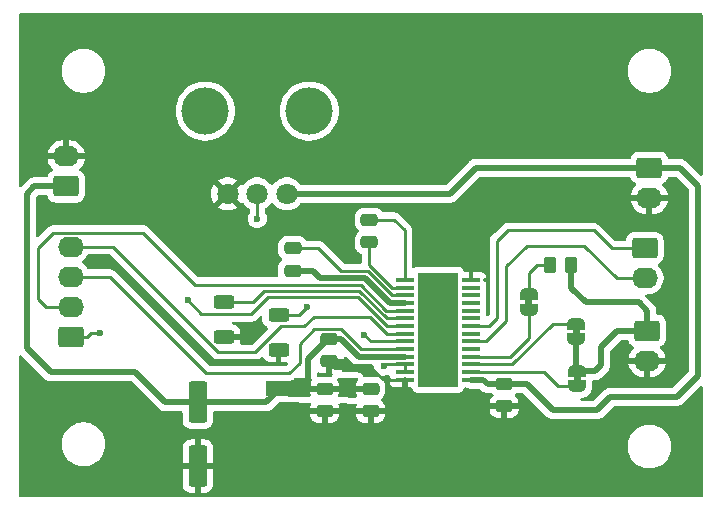
<source format=gbr>
%TF.GenerationSoftware,KiCad,Pcbnew,8.0.5*%
%TF.CreationDate,2025-03-31T18:24:30-05:00*%
%TF.ProjectId,new_MotorDriver_v1.5_NEW,6e65775f-4d6f-4746-9f72-447269766572,rev?*%
%TF.SameCoordinates,Original*%
%TF.FileFunction,Copper,L1,Top*%
%TF.FilePolarity,Positive*%
%FSLAX46Y46*%
G04 Gerber Fmt 4.6, Leading zero omitted, Abs format (unit mm)*
G04 Created by KiCad (PCBNEW 8.0.5) date 2025-03-31 18:24:30*
%MOMM*%
%LPD*%
G01*
G04 APERTURE LIST*
G04 Aperture macros list*
%AMRoundRect*
0 Rectangle with rounded corners*
0 $1 Rounding radius*
0 $2 $3 $4 $5 $6 $7 $8 $9 X,Y pos of 4 corners*
0 Add a 4 corners polygon primitive as box body*
4,1,4,$2,$3,$4,$5,$6,$7,$8,$9,$2,$3,0*
0 Add four circle primitives for the rounded corners*
1,1,$1+$1,$2,$3*
1,1,$1+$1,$4,$5*
1,1,$1+$1,$6,$7*
1,1,$1+$1,$8,$9*
0 Add four rect primitives between the rounded corners*
20,1,$1+$1,$2,$3,$4,$5,0*
20,1,$1+$1,$4,$5,$6,$7,0*
20,1,$1+$1,$6,$7,$8,$9,0*
20,1,$1+$1,$8,$9,$2,$3,0*%
%AMFreePoly0*
4,1,19,0.500000,-0.750000,0.000000,-0.750000,0.000000,-0.744911,-0.071157,-0.744911,-0.207708,-0.704816,-0.327430,-0.627875,-0.420627,-0.520320,-0.479746,-0.390866,-0.500000,-0.250000,-0.500000,0.250000,-0.479746,0.390866,-0.420627,0.520320,-0.327430,0.627875,-0.207708,0.704816,-0.071157,0.744911,0.000000,0.744911,0.000000,0.750000,0.500000,0.750000,0.500000,-0.750000,0.500000,-0.750000,
$1*%
%AMFreePoly1*
4,1,19,0.000000,0.744911,0.071157,0.744911,0.207708,0.704816,0.327430,0.627875,0.420627,0.520320,0.479746,0.390866,0.500000,0.250000,0.500000,-0.250000,0.479746,-0.390866,0.420627,-0.520320,0.327430,-0.627875,0.207708,-0.704816,0.071157,-0.744911,0.000000,-0.744911,0.000000,-0.750000,-0.500000,-0.750000,-0.500000,0.750000,0.000000,0.750000,0.000000,0.744911,0.000000,0.744911,
$1*%
G04 Aperture macros list end*
%TA.AperFunction,EtchedComponent*%
%ADD10C,0.000000*%
%TD*%
%TA.AperFunction,SMDPad,CuDef*%
%ADD11RoundRect,0.250000X-0.550000X1.500000X-0.550000X-1.500000X0.550000X-1.500000X0.550000X1.500000X0*%
%TD*%
%TA.AperFunction,ComponentPad*%
%ADD12RoundRect,0.250000X0.845000X-0.620000X0.845000X0.620000X-0.845000X0.620000X-0.845000X-0.620000X0*%
%TD*%
%TA.AperFunction,ComponentPad*%
%ADD13O,2.190000X1.740000*%
%TD*%
%TA.AperFunction,SMDPad,CuDef*%
%ADD14RoundRect,0.250000X-0.625000X0.312500X-0.625000X-0.312500X0.625000X-0.312500X0.625000X0.312500X0*%
%TD*%
%TA.AperFunction,ComponentPad*%
%ADD15RoundRect,0.250000X-0.845000X0.620000X-0.845000X-0.620000X0.845000X-0.620000X0.845000X0.620000X0*%
%TD*%
%TA.AperFunction,SMDPad,CuDef*%
%ADD16RoundRect,0.250000X-0.262500X-0.450000X0.262500X-0.450000X0.262500X0.450000X-0.262500X0.450000X0*%
%TD*%
%TA.AperFunction,SMDPad,CuDef*%
%ADD17RoundRect,0.250000X-0.475000X0.250000X-0.475000X-0.250000X0.475000X-0.250000X0.475000X0.250000X0*%
%TD*%
%TA.AperFunction,SMDPad,CuDef*%
%ADD18FreePoly0,270.000000*%
%TD*%
%TA.AperFunction,SMDPad,CuDef*%
%ADD19FreePoly1,270.000000*%
%TD*%
%TA.AperFunction,SMDPad,CuDef*%
%ADD20FreePoly0,90.000000*%
%TD*%
%TA.AperFunction,SMDPad,CuDef*%
%ADD21FreePoly1,90.000000*%
%TD*%
%TA.AperFunction,SMDPad,CuDef*%
%ADD22RoundRect,0.250000X0.475000X-0.250000X0.475000X0.250000X-0.475000X0.250000X-0.475000X-0.250000X0*%
%TD*%
%TA.AperFunction,WasherPad*%
%ADD23C,4.000000*%
%TD*%
%TA.AperFunction,ComponentPad*%
%ADD24C,1.800000*%
%TD*%
%TA.AperFunction,ComponentPad*%
%ADD25C,0.500000*%
%TD*%
%TA.AperFunction,SMDPad,CuDef*%
%ADD26R,3.400000X9.700000*%
%TD*%
%TA.AperFunction,SMDPad,CuDef*%
%ADD27R,1.600000X0.300000*%
%TD*%
%TA.AperFunction,ViaPad*%
%ADD28C,0.600000*%
%TD*%
%TA.AperFunction,Conductor*%
%ADD29C,0.508000*%
%TD*%
%TA.AperFunction,Conductor*%
%ADD30C,0.254000*%
%TD*%
G04 APERTURE END LIST*
D10*
%TA.AperFunction,EtchedComponent*%
%TO.C,JP1*%
G36*
X94300000Y-65600000D02*
G01*
X93700000Y-65600000D01*
X93700000Y-65100000D01*
X94300000Y-65100000D01*
X94300000Y-65600000D01*
G37*
%TD.AperFunction*%
%TA.AperFunction,EtchedComponent*%
%TO.C,JP3*%
G36*
X90200000Y-59100000D02*
G01*
X89600000Y-59100000D01*
X89600000Y-58600000D01*
X90200000Y-58600000D01*
X90200000Y-59100000D01*
G37*
%TD.AperFunction*%
%TA.AperFunction,EtchedComponent*%
%TO.C,JP2*%
G36*
X94200000Y-61600000D02*
G01*
X93600000Y-61600000D01*
X93600000Y-61100000D01*
X94200000Y-61100000D01*
X94200000Y-61600000D01*
G37*
%TD.AperFunction*%
%TD*%
D11*
%TO.P,C2,1*%
%TO.N,+12V*%
X61874400Y-67353200D03*
%TO.P,C2,2*%
%TO.N,GND*%
X61874400Y-72753200D03*
%TD*%
D12*
%TO.P,12V IN,1,Pin_1*%
%TO.N,+12V*%
X50720000Y-49070000D03*
D13*
%TO.P,12V IN,2,Pin_2*%
%TO.N,GND*%
X50720000Y-46530000D03*
%TD*%
D14*
%TO.P,R1,1*%
%TO.N,Net-(U1-ISENB)*%
X68700000Y-59975000D03*
%TO.P,R1,2*%
%TO.N,GND*%
X68700000Y-62900000D03*
%TD*%
D15*
%TO.P,J1,1,Pin_1*%
%TO.N,/STP*%
X99700000Y-54300000D03*
D13*
%TO.P,J1,2,Pin_2*%
%TO.N,/DIR*%
X99700000Y-56840000D03*
%TD*%
D16*
%TO.P,R3,1*%
%TO.N,Net-(JP3-B)*%
X91675000Y-55700000D03*
%TO.P,R3,2*%
%TO.N,+5V*%
X93500000Y-55700000D03*
%TD*%
D17*
%TO.P,C7,1*%
%TO.N,+12V*%
X72600000Y-66200000D03*
%TO.P,C7,2*%
%TO.N,GND*%
X72600000Y-68100000D03*
%TD*%
D18*
%TO.P,JP1,1,A*%
%TO.N,+5V*%
X94000000Y-64700000D03*
D19*
%TO.P,JP1,2,B*%
%TO.N,Net-(JP1-B)*%
X94000000Y-66000000D03*
%TD*%
D20*
%TO.P,JP3,1,A*%
%TO.N,Net-(JP3-A)*%
X89900000Y-59500000D03*
D21*
%TO.P,JP3,2,B*%
%TO.N,Net-(JP3-B)*%
X89900000Y-58200000D03*
%TD*%
D22*
%TO.P,C4,1*%
%TO.N,+12V*%
X69900000Y-56200000D03*
%TO.P,C4,2*%
%TO.N,Net-(U1-VCP)*%
X69900000Y-54300000D03*
%TD*%
D17*
%TO.P,C5,1*%
%TO.N,+12V*%
X76500000Y-66200000D03*
%TO.P,C5,2*%
%TO.N,GND*%
X76500000Y-68100000D03*
%TD*%
D12*
%TO.P,Motor Conn,1,Pin_1*%
%TO.N,Net-(J5-Pin_1)*%
X51120000Y-61810000D03*
D13*
%TO.P,Motor Conn,2,Pin_2*%
%TO.N,Net-(J5-Pin_2)*%
X51120000Y-59270000D03*
%TO.P,Motor Conn,3,Pin_3*%
%TO.N,Net-(J5-Pin_3)*%
X51120000Y-56730000D03*
%TO.P,Motor Conn,4,Pin_4*%
%TO.N,Net-(J5-Pin_4)*%
X51120000Y-54190000D03*
%TD*%
D14*
%TO.P,R2,1*%
%TO.N,Net-(U1-ISENA)*%
X64100000Y-58900000D03*
%TO.P,R2,2*%
%TO.N,GND*%
X64100000Y-61825000D03*
%TD*%
D22*
%TO.P,C9,1*%
%TO.N,GND*%
X87800000Y-67700000D03*
%TO.P,C9,2*%
%TO.N,+3V3*%
X87800000Y-65800000D03*
%TD*%
D23*
%TO.P,Potentiometer,*%
%TO.N,*%
X62500000Y-42700000D03*
X71300000Y-42700000D03*
D24*
%TO.P,Potentiometer,1,1*%
%TO.N,+3V3*%
X69400000Y-49700000D03*
%TO.P,Potentiometer,2,2*%
%TO.N,Net-(U1-AVREF)*%
X66900000Y-49700000D03*
%TO.P,Potentiometer,3,3*%
%TO.N,GND*%
X64400000Y-49700000D03*
%TD*%
D15*
%TO.P,J2,1,Pin_1*%
%TO.N,+5V*%
X99900000Y-61300000D03*
D13*
%TO.P,J2,2,Pin_2*%
%TO.N,GND*%
X99900000Y-63840000D03*
%TD*%
D17*
%TO.P,C3,1*%
%TO.N,Net-(U1-CP1)*%
X76400000Y-51900000D03*
%TO.P,C3,2*%
%TO.N,Net-(U1-CP2)*%
X76400000Y-53800000D03*
%TD*%
%TO.P,C8,1*%
%TO.N,+12V*%
X73000000Y-62000000D03*
%TO.P,C8,2*%
%TO.N,GND*%
X73000000Y-63900000D03*
%TD*%
D20*
%TO.P,JP2,1,A*%
%TO.N,+5V*%
X93900000Y-62000000D03*
D21*
%TO.P,JP2,2,B*%
%TO.N,Net-(JP2-B)*%
X93900000Y-60700000D03*
%TD*%
D25*
%TO.P,U1,50*%
%TO.N,N/C*%
X83500000Y-65125000D03*
%TO.P,U1,49*%
X80900000Y-65125000D03*
%TO.P,U1,48*%
X83500000Y-63825000D03*
%TO.P,U1,47*%
X80900000Y-63825000D03*
%TO.P,U1,46*%
X83500000Y-62525000D03*
%TO.P,U1,45*%
X80900000Y-62525000D03*
%TO.P,U1,44*%
X83500000Y-61225000D03*
%TO.P,U1,43*%
X80900000Y-61225000D03*
%TO.P,U1,42*%
X80900000Y-59925000D03*
%TO.P,U1,41*%
X83500000Y-59925000D03*
%TO.P,U1,40*%
X83500000Y-58625000D03*
%TO.P,U1,39*%
X80900000Y-58625000D03*
%TO.P,U1,38*%
X83500000Y-57325000D03*
%TO.P,U1,37*%
X80900000Y-57325000D03*
%TO.P,U1,36*%
X82200000Y-65125000D03*
%TO.P,U1,35*%
X82200000Y-63825000D03*
%TO.P,U1,34*%
X82200000Y-62525000D03*
%TO.P,U1,33*%
X82200000Y-57325000D03*
%TO.P,U1,32*%
X82200000Y-58625000D03*
%TO.P,U1,31*%
X82200000Y-59925000D03*
%TO.P,U1,30*%
X82200000Y-61225000D03*
D26*
%TO.P,U1,29*%
X82200000Y-61225000D03*
D27*
%TO.P,U1,28,GND*%
%TO.N,GND*%
X85000000Y-57000000D03*
%TO.P,U1,27,NHOME*%
%TO.N,unconnected-(U1-NHOME-Pad27)*%
X85000000Y-57650000D03*
%TO.P,U1,26,MODE2*%
%TO.N,unconnected-(U1-MODE2-Pad26)*%
X85000000Y-58300000D03*
%TO.P,U1,25,MODE1*%
%TO.N,unconnected-(U1-MODE1-Pad25)*%
X85000000Y-58950000D03*
%TO.P,U1,24,MODE0*%
%TO.N,unconnected-(U1-MODE0-Pad24)*%
X85000000Y-59600000D03*
%TO.P,U1,23*%
%TO.N,N/C*%
X85000000Y-60250000D03*
%TO.P,U1,22,STEP*%
%TO.N,/STP*%
X85000000Y-60900000D03*
%TO.P,U1,21,NENBL*%
%TO.N,unconnected-(U1-NENBL-Pad21)*%
X85000000Y-61550000D03*
%TO.P,U1,20,DIR*%
%TO.N,/DIR*%
X85000000Y-62200000D03*
%TO.P,U1,19,DECAY*%
%TO.N,unconnected-(U1-DECAY-Pad19)*%
X85000000Y-62850000D03*
%TO.P,U1,18,NFAULT*%
%TO.N,Net-(JP3-A)*%
X85000000Y-63500000D03*
%TO.P,U1,17,NSLEEP*%
%TO.N,Net-(JP2-B)*%
X85000000Y-64150000D03*
%TO.P,U1,16,~{NRESET}*%
%TO.N,Net-(JP1-B)*%
X85000000Y-64800000D03*
%TO.P,U1,15,V3P3OUT*%
%TO.N,+3V3*%
X85000000Y-65450000D03*
%TO.P,U1,14,GND*%
%TO.N,GND*%
X79400000Y-65450000D03*
%TO.P,U1,13,BVREF*%
%TO.N,Net-(U1-AVREF)*%
X79400000Y-64800000D03*
%TO.P,U1,12,AVREF*%
X79400000Y-64150000D03*
%TO.P,U1,11,VMB*%
%TO.N,+12V*%
X79400000Y-63500000D03*
%TO.P,U1,10,BOUT1*%
%TO.N,Net-(J5-Pin_3)*%
X79400000Y-62850000D03*
%TO.P,U1,9,ISENB*%
%TO.N,Net-(U1-ISENB)*%
X79400000Y-62200000D03*
%TO.P,U1,8,BOUT2*%
%TO.N,Net-(J5-Pin_4)*%
X79400000Y-61550000D03*
%TO.P,U1,7,AOUT2*%
%TO.N,Net-(J5-Pin_1)*%
X79400000Y-60900000D03*
%TO.P,U1,6,ISENA*%
%TO.N,Net-(U1-ISENA)*%
X79400000Y-60250000D03*
%TO.P,U1,5,AOUT1*%
%TO.N,Net-(J5-Pin_2)*%
X79400000Y-59600000D03*
%TO.P,U1,4,VMA*%
%TO.N,+12V*%
X79400000Y-58950000D03*
%TO.P,U1,3,VCP*%
%TO.N,Net-(U1-VCP)*%
X79400000Y-58300000D03*
%TO.P,U1,2,CP2*%
%TO.N,Net-(U1-CP2)*%
X79400000Y-57650000D03*
%TO.P,U1,1,CP1*%
%TO.N,Net-(U1-CP1)*%
X79400000Y-57000000D03*
%TD*%
D15*
%TO.P,J3,1,Pin_1*%
%TO.N,+3V3*%
X100100000Y-47500000D03*
D13*
%TO.P,J3,2,Pin_2*%
%TO.N,GND*%
X100100000Y-50040000D03*
%TD*%
D28*
%TO.N,GND*%
X88900000Y-38100000D03*
X78994000Y-74371200D03*
X58420000Y-49580800D03*
X91440000Y-45720000D03*
X68376800Y-71678800D03*
X83972400Y-53644800D03*
X82651600Y-52832000D03*
X86309200Y-74371200D03*
X62484000Y-52730400D03*
X88900000Y-50800000D03*
X74523600Y-68478400D03*
X81280000Y-45720000D03*
X70510400Y-52374800D03*
X57200800Y-45770800D03*
X64100000Y-61825000D03*
X76200000Y-45720000D03*
X68700000Y-62900000D03*
X64617600Y-53898800D03*
X61315600Y-69900800D03*
X86360000Y-40640000D03*
X91084400Y-71323200D03*
X83362800Y-71170800D03*
X76606400Y-64871600D03*
X101904800Y-58978800D03*
X76200000Y-38100000D03*
X73863200Y-52273200D03*
X67513200Y-74218800D03*
X85648800Y-51104800D03*
X56337200Y-42570400D03*
X93522800Y-39878000D03*
%TO.N,+12V*%
X74500000Y-66200000D03*
X70400000Y-66200000D03*
X68800000Y-66200000D03*
X72600000Y-66200000D03*
X76500000Y-66200000D03*
%TO.N,Net-(J5-Pin_1)*%
X53594000Y-61468000D03*
X61010800Y-58724800D03*
%TO.N,Net-(U1-ISENB)*%
X75950000Y-61650000D03*
X71100000Y-59300000D03*
%TO.N,Net-(U1-AVREF)*%
X66900000Y-51800000D03*
X77600000Y-64300000D03*
%TD*%
D29*
%TO.N,+12V*%
X61874400Y-67353200D02*
X67646800Y-67353200D01*
X67646800Y-67353200D02*
X68800000Y-66200000D01*
X50720000Y-49070000D02*
X48030000Y-49070000D01*
X48030000Y-49070000D02*
X47400000Y-49700000D01*
X56578000Y-64800000D02*
X59131200Y-67353200D01*
X59131200Y-67353200D02*
X61874400Y-67353200D01*
X47400000Y-49700000D02*
X47400000Y-62800000D01*
X47400000Y-62800000D02*
X49400000Y-64800000D01*
X49400000Y-64800000D02*
X56578000Y-64800000D01*
%TO.N,GND*%
X73499938Y-64399938D02*
X76499717Y-64399938D01*
X80992000Y-67700000D02*
X83413600Y-67700000D01*
X73000000Y-63900000D02*
X73499938Y-64399938D01*
D30*
X77632621Y-65450000D02*
X79400000Y-65450000D01*
X76570428Y-64429228D02*
X77561911Y-65420711D01*
D29*
X79400000Y-66108000D02*
X80992000Y-67700000D01*
X83413600Y-67700000D02*
X87800000Y-67700000D01*
X79400000Y-65450000D02*
X79400000Y-66108000D01*
D30*
X76570428Y-64429228D02*
G75*
G03*
X76499717Y-64399915I-70728J-70672D01*
G01*
X77561911Y-65420711D02*
G75*
G03*
X77632621Y-65449985I70689J70711D01*
G01*
D29*
%TO.N,+12V*%
X73000000Y-62000000D02*
X74000000Y-62000000D01*
X79400000Y-58950000D02*
X78171658Y-58950000D01*
X78171658Y-58950000D02*
X76040658Y-56819000D01*
X71600000Y-56200000D02*
X69900000Y-56200000D01*
X72219000Y-56819000D02*
X71600000Y-56200000D01*
X74000000Y-62000000D02*
X75500000Y-63500000D01*
X72900000Y-62000000D02*
X71200000Y-63700000D01*
X71200000Y-63700000D02*
X71200000Y-66200000D01*
X76040658Y-56819000D02*
X72219000Y-56819000D01*
X75500000Y-63500000D02*
X79400000Y-63500000D01*
X73000000Y-62000000D02*
X72900000Y-62000000D01*
D30*
%TO.N,Net-(U1-CP2)*%
X76400000Y-55704000D02*
X76400000Y-53800000D01*
X78346000Y-57650000D02*
X76400000Y-55704000D01*
X79400000Y-57650000D02*
X78346000Y-57650000D01*
%TO.N,Net-(U1-CP1)*%
X76400000Y-51900000D02*
X78500000Y-51900000D01*
X79400000Y-57000000D02*
X79400000Y-52800000D01*
X78500000Y-51900000D02*
X79400000Y-52800000D01*
%TO.N,Net-(U1-VCP)*%
X78346000Y-58300000D02*
X79400000Y-58300000D01*
X76284000Y-56238000D02*
X78346000Y-58300000D01*
X72062000Y-54300000D02*
X74000000Y-56238000D01*
X74000000Y-56238000D02*
X76284000Y-56238000D01*
X69900000Y-54300000D02*
X72062000Y-54300000D01*
D29*
%TO.N,+3V3*%
X95700000Y-68000000D02*
X91900000Y-68000000D01*
X91900000Y-68000000D02*
X89700000Y-65800000D01*
X104200000Y-65100000D02*
X102400000Y-66900000D01*
X85000000Y-65450000D02*
X86050000Y-65450000D01*
X89700000Y-65800000D02*
X87800000Y-65800000D01*
X104200000Y-49000000D02*
X104200000Y-65100000D01*
X86400000Y-65800000D02*
X87800000Y-65800000D01*
X85400000Y-47500000D02*
X100100000Y-47500000D01*
X102400000Y-66900000D02*
X96800000Y-66900000D01*
X83200000Y-49700000D02*
X85400000Y-47500000D01*
X102700000Y-47500000D02*
X104200000Y-49000000D01*
X96800000Y-66900000D02*
X95700000Y-68000000D01*
X86050000Y-65450000D02*
X86400000Y-65800000D01*
X69400000Y-49700000D02*
X83200000Y-49700000D01*
X100100000Y-47500000D02*
X102700000Y-47500000D01*
D30*
%TO.N,/STP*%
X87200000Y-53700000D02*
X88100000Y-52800000D01*
X86500000Y-60900000D02*
X87200000Y-60200000D01*
X87200000Y-60200000D02*
X87200000Y-53700000D01*
X99700000Y-54300000D02*
X96900000Y-54300000D01*
X88100000Y-52800000D02*
X95400000Y-52800000D01*
X95400000Y-52800000D02*
X96900000Y-54300000D01*
X85000000Y-60900000D02*
X86500000Y-60900000D01*
%TO.N,/DIR*%
X85000000Y-62200000D02*
X86300000Y-62200000D01*
X88000000Y-60500000D02*
X88000000Y-55800000D01*
X86300000Y-62200000D02*
X88000000Y-60500000D01*
X97340000Y-56840000D02*
X99700000Y-56840000D01*
X88000000Y-55800000D02*
X89700000Y-54100000D01*
X94600000Y-54100000D02*
X97340000Y-56840000D01*
X89700000Y-54100000D02*
X94600000Y-54100000D01*
D29*
%TO.N,+5V*%
X93900000Y-64600000D02*
X94000000Y-64700000D01*
X94700000Y-58900000D02*
X93500000Y-57700000D01*
X93900000Y-62000000D02*
X93900000Y-64600000D01*
X94000000Y-64700000D02*
X95500000Y-64700000D01*
X93500000Y-57700000D02*
X93500000Y-55700000D01*
X96000000Y-64200000D02*
X96000000Y-62700000D01*
X99900000Y-59600000D02*
X99200000Y-58900000D01*
X99200000Y-58900000D02*
X94700000Y-58900000D01*
X99900000Y-61300000D02*
X99900000Y-59600000D01*
X99900000Y-61300000D02*
X97400000Y-61300000D01*
X95500000Y-64700000D02*
X96000000Y-64200000D01*
X96000000Y-62700000D02*
X97400000Y-61300000D01*
D30*
%TO.N,Net-(J5-Pin_4)*%
X79400000Y-61550000D02*
X77865896Y-61550000D01*
X71700000Y-60100000D02*
X70900000Y-60900000D01*
X70900000Y-60900000D02*
X68939572Y-60900000D01*
X76415896Y-60100000D02*
X71700000Y-60100000D01*
X63614572Y-63100000D02*
X54704572Y-54190000D01*
X77865896Y-61550000D02*
X76415896Y-60100000D01*
X68939572Y-60900000D02*
X66739572Y-63100000D01*
X66739572Y-63100000D02*
X63614572Y-63100000D01*
X54704572Y-54190000D02*
X51120000Y-54190000D01*
%TO.N,Net-(J5-Pin_1)*%
X77857948Y-60900000D02*
X75428748Y-58470800D01*
X79400000Y-60900000D02*
X77857948Y-60900000D01*
X75428748Y-58470800D02*
X67818000Y-58470800D01*
X52804800Y-61468000D02*
X52462800Y-61810000D01*
X52462800Y-61810000D02*
X51120000Y-61810000D01*
X67818000Y-58470800D02*
X66395600Y-59893200D01*
X66395600Y-59893200D02*
X62179200Y-59893200D01*
X53594000Y-61468000D02*
X52804800Y-61468000D01*
X62179200Y-59893200D02*
X61010800Y-58724800D01*
%TO.N,Net-(J5-Pin_2)*%
X61667200Y-57400000D02*
X57260200Y-52993000D01*
X48310800Y-58572400D02*
X49022000Y-59283600D01*
X79400000Y-59600000D02*
X77842052Y-59600000D01*
X48310800Y-54305200D02*
X48310800Y-58572400D01*
X49623000Y-52993000D02*
X48310800Y-54305200D01*
X49276000Y-59283600D02*
X49289600Y-59270000D01*
X49022000Y-59283600D02*
X49276000Y-59283600D01*
X57260200Y-52993000D02*
X49623000Y-52993000D01*
X77842052Y-59600000D02*
X75642052Y-57400000D01*
X75642052Y-57400000D02*
X61667200Y-57400000D01*
X49289600Y-59270000D02*
X51120000Y-59270000D01*
%TO.N,Net-(J5-Pin_3)*%
X79400000Y-62850000D02*
X75671658Y-62850000D01*
X54430000Y-56730000D02*
X51120000Y-56730000D01*
X62600000Y-64900000D02*
X54430000Y-56730000D01*
X70500000Y-62378342D02*
X70500000Y-64000000D01*
X70500000Y-64000000D02*
X69600000Y-64900000D01*
X71705342Y-61173000D02*
X70500000Y-62378342D01*
X69600000Y-64900000D02*
X62600000Y-64900000D01*
X75671658Y-62850000D02*
X73994658Y-61173000D01*
X73994658Y-61173000D02*
X71705342Y-61173000D01*
%TO.N,Net-(JP1-B)*%
X92400000Y-66000000D02*
X94000000Y-66000000D01*
X85000000Y-64800000D02*
X91200000Y-64800000D01*
X91200000Y-64800000D02*
X92400000Y-66000000D01*
%TO.N,Net-(JP2-B)*%
X91900000Y-60700000D02*
X88450000Y-64150000D01*
X93900000Y-60700000D02*
X91900000Y-60700000D01*
X88450000Y-64150000D02*
X85000000Y-64150000D01*
%TO.N,Net-(JP3-B)*%
X91675000Y-55700000D02*
X90600000Y-55700000D01*
X90600000Y-55700000D02*
X89900000Y-56400000D01*
X89900000Y-56400000D02*
X89900000Y-58200000D01*
%TO.N,Net-(JP3-A)*%
X88300000Y-63500000D02*
X85000000Y-63500000D01*
X89900000Y-59500000D02*
X89900000Y-61900000D01*
X89900000Y-61900000D02*
X88300000Y-63500000D01*
%TO.N,Net-(U1-ISENB)*%
X76500000Y-62200000D02*
X79400000Y-62200000D01*
X70425000Y-59975000D02*
X68700000Y-59975000D01*
X75950000Y-61650000D02*
X76500000Y-62200000D01*
X71100000Y-59300000D02*
X70425000Y-59975000D01*
%TO.N,Net-(U1-ISENA)*%
X67500000Y-57900000D02*
X75500000Y-57900000D01*
X64100000Y-58900000D02*
X66500000Y-58900000D01*
X75500000Y-57900000D02*
X77850000Y-60250000D01*
X77850000Y-60250000D02*
X79400000Y-60250000D01*
X66500000Y-58900000D02*
X67500000Y-57900000D01*
%TO.N,Net-(U1-AVREF)*%
X77750000Y-64150000D02*
X77600000Y-64300000D01*
X79400000Y-64150000D02*
X77750000Y-64150000D01*
X79400000Y-64150000D02*
X79400000Y-64800000D01*
X66900000Y-51800000D02*
X66900000Y-49700000D01*
%TD*%
%TA.AperFunction,Conductor*%
%TO.N,GND*%
G36*
X46905703Y-63373174D02*
G01*
X46912181Y-63379206D01*
X48809600Y-65276624D01*
X48809621Y-65276647D01*
X48919028Y-65386054D01*
X48919034Y-65386059D01*
X49042608Y-65468628D01*
X49042609Y-65468628D01*
X49042610Y-65468629D01*
X49179920Y-65525505D01*
X49187691Y-65527050D01*
X49189924Y-65527495D01*
X49189930Y-65527496D01*
X49189950Y-65527500D01*
X49288909Y-65547185D01*
X49325687Y-65554501D01*
X49325688Y-65554501D01*
X49480426Y-65554501D01*
X49480446Y-65554500D01*
X56214113Y-65554500D01*
X56281152Y-65574185D01*
X56301794Y-65590819D01*
X58650230Y-67939256D01*
X58650231Y-67939257D01*
X58650234Y-67939259D01*
X58773811Y-68021830D01*
X58854243Y-68055145D01*
X58854244Y-68055146D01*
X58877803Y-68064904D01*
X58911120Y-68078705D01*
X58911129Y-68078706D01*
X58911130Y-68078707D01*
X58935303Y-68083515D01*
X58935310Y-68083516D01*
X59056886Y-68107701D01*
X59056888Y-68107701D01*
X59211626Y-68107701D01*
X59211646Y-68107700D01*
X60449901Y-68107700D01*
X60516940Y-68127385D01*
X60562695Y-68180189D01*
X60573901Y-68231700D01*
X60573901Y-68903218D01*
X60584400Y-69005996D01*
X60584401Y-69005999D01*
X60598816Y-69049500D01*
X60639586Y-69172534D01*
X60731688Y-69321856D01*
X60855744Y-69445912D01*
X61005066Y-69538014D01*
X61171603Y-69593199D01*
X61274391Y-69603700D01*
X62474408Y-69603699D01*
X62577197Y-69593199D01*
X62743734Y-69538014D01*
X62893056Y-69445912D01*
X63017112Y-69321856D01*
X63109214Y-69172534D01*
X63164399Y-69005997D01*
X63174900Y-68903209D01*
X63174900Y-68399986D01*
X71375001Y-68399986D01*
X71385494Y-68502697D01*
X71440641Y-68669119D01*
X71440643Y-68669124D01*
X71532684Y-68818345D01*
X71656654Y-68942315D01*
X71805875Y-69034356D01*
X71805880Y-69034358D01*
X71972302Y-69089505D01*
X71972309Y-69089506D01*
X72075019Y-69099999D01*
X72349999Y-69099999D01*
X72850000Y-69099999D01*
X73124972Y-69099999D01*
X73124986Y-69099998D01*
X73227697Y-69089505D01*
X73394119Y-69034358D01*
X73394124Y-69034356D01*
X73543345Y-68942315D01*
X73667315Y-68818345D01*
X73759356Y-68669124D01*
X73759358Y-68669119D01*
X73814505Y-68502697D01*
X73814506Y-68502690D01*
X73824999Y-68399986D01*
X75275001Y-68399986D01*
X75285494Y-68502697D01*
X75340641Y-68669119D01*
X75340643Y-68669124D01*
X75432684Y-68818345D01*
X75556654Y-68942315D01*
X75705875Y-69034356D01*
X75705880Y-69034358D01*
X75872302Y-69089505D01*
X75872309Y-69089506D01*
X75975019Y-69099999D01*
X76249999Y-69099999D01*
X76750000Y-69099999D01*
X77024972Y-69099999D01*
X77024986Y-69099998D01*
X77127697Y-69089505D01*
X77294119Y-69034358D01*
X77294124Y-69034356D01*
X77443345Y-68942315D01*
X77567315Y-68818345D01*
X77659356Y-68669124D01*
X77659358Y-68669119D01*
X77714505Y-68502697D01*
X77714506Y-68502690D01*
X77724999Y-68399986D01*
X77725000Y-68399973D01*
X77725000Y-68350000D01*
X76750000Y-68350000D01*
X76750000Y-69099999D01*
X76249999Y-69099999D01*
X76250000Y-69099998D01*
X76250000Y-68350000D01*
X75275001Y-68350000D01*
X75275001Y-68399986D01*
X73824999Y-68399986D01*
X73825000Y-68399973D01*
X73825000Y-68350000D01*
X72850000Y-68350000D01*
X72850000Y-69099999D01*
X72349999Y-69099999D01*
X72350000Y-69099998D01*
X72350000Y-68350000D01*
X71375001Y-68350000D01*
X71375001Y-68399986D01*
X63174900Y-68399986D01*
X63174900Y-68231700D01*
X63194585Y-68164661D01*
X63247389Y-68118906D01*
X63298900Y-68107700D01*
X67566354Y-68107700D01*
X67566374Y-68107701D01*
X67572488Y-68107701D01*
X67721114Y-68107701D01*
X67842694Y-68083515D01*
X67842694Y-68083516D01*
X67842700Y-68083513D01*
X67866880Y-68078705D01*
X67902742Y-68063849D01*
X67923744Y-68055151D01*
X67923747Y-68055149D01*
X67923755Y-68055146D01*
X68004189Y-68021830D01*
X68036881Y-67999986D01*
X86575001Y-67999986D01*
X86585494Y-68102697D01*
X86640641Y-68269119D01*
X86640643Y-68269124D01*
X86732684Y-68418345D01*
X86856654Y-68542315D01*
X87005875Y-68634356D01*
X87005880Y-68634358D01*
X87172302Y-68689505D01*
X87172309Y-68689506D01*
X87275019Y-68699999D01*
X87549999Y-68699999D01*
X88050000Y-68699999D01*
X88324972Y-68699999D01*
X88324986Y-68699998D01*
X88427697Y-68689505D01*
X88594119Y-68634358D01*
X88594124Y-68634356D01*
X88743345Y-68542315D01*
X88867315Y-68418345D01*
X88959356Y-68269124D01*
X88959358Y-68269119D01*
X89014505Y-68102697D01*
X89014506Y-68102690D01*
X89024999Y-67999986D01*
X89025000Y-67999973D01*
X89025000Y-67950000D01*
X88050000Y-67950000D01*
X88050000Y-68699999D01*
X87549999Y-68699999D01*
X87550000Y-68699998D01*
X87550000Y-67950000D01*
X86575001Y-67950000D01*
X86575001Y-67999986D01*
X68036881Y-67999986D01*
X68127766Y-67939259D01*
X68701302Y-67365721D01*
X68762623Y-67332238D01*
X68791459Y-67329429D01*
X69713622Y-67347872D01*
X71291087Y-67379422D01*
X71291104Y-67379422D01*
X71291109Y-67379422D01*
X71300175Y-67379156D01*
X71315732Y-67378700D01*
X71383319Y-67396411D01*
X71430602Y-67447852D01*
X71442568Y-67516689D01*
X71437072Y-67541650D01*
X71385495Y-67697299D01*
X71385493Y-67697309D01*
X71375000Y-67800013D01*
X71375000Y-67850000D01*
X73824999Y-67850000D01*
X73824999Y-67800028D01*
X73824998Y-67800013D01*
X73814506Y-67697304D01*
X73780470Y-67594593D01*
X73778068Y-67524764D01*
X73813799Y-67464722D01*
X73876319Y-67433529D01*
X73900654Y-67431613D01*
X75195719Y-67457514D01*
X75262352Y-67478535D01*
X75307042Y-67532243D01*
X75315600Y-67601587D01*
X75310946Y-67620492D01*
X75285495Y-67697298D01*
X75285493Y-67697309D01*
X75275000Y-67800013D01*
X75275000Y-67850000D01*
X77724999Y-67850000D01*
X77724999Y-67800028D01*
X77724998Y-67800013D01*
X77714505Y-67697302D01*
X77659358Y-67530880D01*
X77659356Y-67530875D01*
X77567315Y-67381654D01*
X77443344Y-67257683D01*
X77443341Y-67257681D01*
X77440339Y-67255829D01*
X77438713Y-67254021D01*
X77437677Y-67253202D01*
X77437817Y-67253024D01*
X77393617Y-67203880D01*
X77382397Y-67134917D01*
X77410243Y-67070836D01*
X77440344Y-67044754D01*
X77443656Y-67042712D01*
X77567712Y-66918656D01*
X77659814Y-66769334D01*
X77714999Y-66602797D01*
X77725500Y-66500009D01*
X77725499Y-65899992D01*
X77714999Y-65797203D01*
X77659814Y-65630666D01*
X77567712Y-65481344D01*
X77443656Y-65357288D01*
X77443655Y-65357287D01*
X77380814Y-65318527D01*
X77334089Y-65266579D01*
X77322866Y-65197617D01*
X77350709Y-65133534D01*
X77408778Y-65094678D01*
X77459793Y-65089768D01*
X77599996Y-65105565D01*
X77600000Y-65105565D01*
X77600004Y-65105565D01*
X77779249Y-65085369D01*
X77779252Y-65085368D01*
X77779255Y-65085368D01*
X77779256Y-65085367D01*
X77779259Y-65085367D01*
X77843733Y-65062806D01*
X77949522Y-65025789D01*
X77949526Y-65025786D01*
X77951996Y-65024922D01*
X78021775Y-65021359D01*
X78082403Y-65056088D01*
X78114630Y-65118081D01*
X78109137Y-65185287D01*
X78106403Y-65192618D01*
X78106401Y-65192624D01*
X78100000Y-65252155D01*
X78100000Y-65300000D01*
X78191103Y-65300000D01*
X78258142Y-65319685D01*
X78265403Y-65324726D01*
X78308901Y-65357288D01*
X78334877Y-65376734D01*
X78376747Y-65432668D01*
X78381731Y-65502360D01*
X78348245Y-65563682D01*
X78286922Y-65597167D01*
X78260565Y-65600000D01*
X78100000Y-65600000D01*
X78100000Y-65647844D01*
X78106401Y-65707372D01*
X78106403Y-65707379D01*
X78156645Y-65842086D01*
X78156649Y-65842093D01*
X78242809Y-65957187D01*
X78242812Y-65957190D01*
X78357906Y-66043350D01*
X78357913Y-66043354D01*
X78492620Y-66093596D01*
X78492627Y-66093598D01*
X78552155Y-66099999D01*
X78552172Y-66100000D01*
X79250000Y-66100000D01*
X79250000Y-65574499D01*
X79269685Y-65507460D01*
X79322489Y-65461705D01*
X79373998Y-65450499D01*
X79426001Y-65450499D01*
X79493039Y-65470184D01*
X79538794Y-65522988D01*
X79550000Y-65574499D01*
X79550000Y-66100000D01*
X79889049Y-66100000D01*
X79956088Y-66119685D01*
X80001843Y-66172489D01*
X80005231Y-66180667D01*
X80056201Y-66317325D01*
X80056206Y-66317335D01*
X80142452Y-66432544D01*
X80142455Y-66432547D01*
X80257664Y-66518793D01*
X80257671Y-66518797D01*
X80392517Y-66569091D01*
X80392516Y-66569091D01*
X80399444Y-66569835D01*
X80452127Y-66575500D01*
X83947872Y-66575499D01*
X84007483Y-66569091D01*
X84142331Y-66518796D01*
X84257546Y-66432546D01*
X84343796Y-66317331D01*
X84343796Y-66317328D01*
X84343799Y-66317325D01*
X84394582Y-66181166D01*
X84436453Y-66125233D01*
X84501917Y-66100815D01*
X84510764Y-66100499D01*
X84577862Y-66100499D01*
X84636237Y-66117640D01*
X84637243Y-66115760D01*
X84642606Y-66118626D01*
X84642610Y-66118629D01*
X84779920Y-66175505D01*
X84925683Y-66204499D01*
X84925687Y-66204500D01*
X84925688Y-66204500D01*
X85686114Y-66204500D01*
X85753153Y-66224185D01*
X85773795Y-66240819D01*
X85809600Y-66276624D01*
X85809621Y-66276647D01*
X85919029Y-66386055D01*
X85919032Y-66386057D01*
X85919034Y-66386059D01*
X86001605Y-66441230D01*
X86042611Y-66468630D01*
X86123043Y-66501945D01*
X86123044Y-66501946D01*
X86146603Y-66511704D01*
X86179920Y-66525505D01*
X86179929Y-66525506D01*
X86179930Y-66525507D01*
X86204103Y-66530315D01*
X86204110Y-66530316D01*
X86325686Y-66554501D01*
X86325688Y-66554501D01*
X86480426Y-66554501D01*
X86480446Y-66554500D01*
X86716770Y-66554500D01*
X86783809Y-66574185D01*
X86804451Y-66590819D01*
X86856344Y-66642712D01*
X86859628Y-66644737D01*
X86859653Y-66644753D01*
X86861445Y-66646746D01*
X86862011Y-66647193D01*
X86861934Y-66647289D01*
X86906379Y-66696699D01*
X86917603Y-66765661D01*
X86889761Y-66829744D01*
X86859665Y-66855826D01*
X86856660Y-66857679D01*
X86856655Y-66857683D01*
X86732684Y-66981654D01*
X86640643Y-67130875D01*
X86640641Y-67130880D01*
X86585494Y-67297302D01*
X86585493Y-67297309D01*
X86575000Y-67400013D01*
X86575000Y-67450000D01*
X89024999Y-67450000D01*
X89024999Y-67400028D01*
X89024998Y-67400013D01*
X89014505Y-67297302D01*
X88959358Y-67130880D01*
X88959356Y-67130875D01*
X88867315Y-66981654D01*
X88743344Y-66857683D01*
X88743341Y-66857681D01*
X88740339Y-66855829D01*
X88738713Y-66854021D01*
X88737677Y-66853202D01*
X88737817Y-66853024D01*
X88693617Y-66803880D01*
X88682397Y-66734917D01*
X88710243Y-66670836D01*
X88740344Y-66644754D01*
X88743656Y-66642712D01*
X88795549Y-66590819D01*
X88856872Y-66557334D01*
X88883230Y-66554500D01*
X89336113Y-66554500D01*
X89403152Y-66574185D01*
X89423794Y-66590819D01*
X91309600Y-68476624D01*
X91309621Y-68476647D01*
X91419029Y-68586055D01*
X91419032Y-68586057D01*
X91419034Y-68586059D01*
X91501605Y-68641230D01*
X91542611Y-68668630D01*
X91623043Y-68701945D01*
X91623044Y-68701946D01*
X91646603Y-68711704D01*
X91679920Y-68725505D01*
X91679929Y-68725506D01*
X91679930Y-68725507D01*
X91704103Y-68730315D01*
X91704110Y-68730316D01*
X91825686Y-68754501D01*
X91825688Y-68754501D01*
X91980426Y-68754501D01*
X91980446Y-68754500D01*
X95619554Y-68754500D01*
X95619574Y-68754501D01*
X95625688Y-68754501D01*
X95774314Y-68754501D01*
X95895894Y-68730315D01*
X95895894Y-68730316D01*
X95895900Y-68730313D01*
X95920080Y-68725505D01*
X95955942Y-68710649D01*
X95976944Y-68701951D01*
X95976947Y-68701949D01*
X95976955Y-68701946D01*
X96057389Y-68668630D01*
X96180966Y-68586059D01*
X97076205Y-67690818D01*
X97137528Y-67657334D01*
X97163886Y-67654500D01*
X102319554Y-67654500D01*
X102319574Y-67654501D01*
X102325688Y-67654501D01*
X102474314Y-67654501D01*
X102595894Y-67630315D01*
X102595894Y-67630316D01*
X102595900Y-67630313D01*
X102620080Y-67625505D01*
X102655942Y-67610649D01*
X102676944Y-67601951D01*
X102676947Y-67601949D01*
X102676955Y-67601946D01*
X102757389Y-67568630D01*
X102880966Y-67486059D01*
X104387819Y-65979204D01*
X104449142Y-65945720D01*
X104518833Y-65950704D01*
X104574767Y-65992576D01*
X104599184Y-66058040D01*
X104599500Y-66066886D01*
X104599500Y-75275500D01*
X104579815Y-75342539D01*
X104527011Y-75388294D01*
X104475500Y-75399500D01*
X46824500Y-75399500D01*
X46757461Y-75379815D01*
X46711706Y-75327011D01*
X46700500Y-75275500D01*
X46700500Y-74303186D01*
X60574401Y-74303186D01*
X60584894Y-74405897D01*
X60640041Y-74572319D01*
X60640043Y-74572324D01*
X60732084Y-74721545D01*
X60856054Y-74845515D01*
X61005275Y-74937556D01*
X61005280Y-74937558D01*
X61171702Y-74992705D01*
X61171709Y-74992706D01*
X61274419Y-75003199D01*
X61624399Y-75003199D01*
X62124400Y-75003199D01*
X62474372Y-75003199D01*
X62474386Y-75003198D01*
X62577097Y-74992705D01*
X62743519Y-74937558D01*
X62743524Y-74937556D01*
X62892745Y-74845515D01*
X63016715Y-74721545D01*
X63108756Y-74572324D01*
X63108758Y-74572319D01*
X63163905Y-74405897D01*
X63163906Y-74405890D01*
X63174399Y-74303186D01*
X63174400Y-74303173D01*
X63174400Y-73003200D01*
X62124400Y-73003200D01*
X62124400Y-75003199D01*
X61624399Y-75003199D01*
X61624400Y-75003198D01*
X61624400Y-73003200D01*
X60574401Y-73003200D01*
X60574401Y-74303186D01*
X46700500Y-74303186D01*
X46700500Y-70778709D01*
X50349500Y-70778709D01*
X50349500Y-71021288D01*
X50381161Y-71261785D01*
X50443947Y-71496104D01*
X50526790Y-71696104D01*
X50536776Y-71720212D01*
X50658064Y-71930289D01*
X50658066Y-71930292D01*
X50658067Y-71930293D01*
X50805733Y-72122736D01*
X50805739Y-72122743D01*
X50977256Y-72294260D01*
X50977262Y-72294265D01*
X51169711Y-72441936D01*
X51379788Y-72563224D01*
X51603900Y-72656054D01*
X51838211Y-72718838D01*
X52018586Y-72742584D01*
X52078711Y-72750500D01*
X52078712Y-72750500D01*
X52321289Y-72750500D01*
X52369388Y-72744167D01*
X52561789Y-72718838D01*
X52796100Y-72656054D01*
X53020212Y-72563224D01*
X53230289Y-72441936D01*
X53422738Y-72294265D01*
X53594265Y-72122738D01*
X53741936Y-71930289D01*
X53863224Y-71720212D01*
X53956054Y-71496100D01*
X54018838Y-71261789D01*
X54026550Y-71203213D01*
X60574400Y-71203213D01*
X60574400Y-72503200D01*
X61624400Y-72503200D01*
X62124400Y-72503200D01*
X63174399Y-72503200D01*
X63174399Y-71203228D01*
X63174398Y-71203213D01*
X63163905Y-71100502D01*
X63123547Y-70978711D01*
X98249500Y-70978711D01*
X98249500Y-71221288D01*
X98281161Y-71461785D01*
X98343947Y-71696104D01*
X98353933Y-71720212D01*
X98436776Y-71920212D01*
X98558064Y-72130289D01*
X98558066Y-72130292D01*
X98558067Y-72130293D01*
X98705733Y-72322736D01*
X98705739Y-72322743D01*
X98877256Y-72494260D01*
X98877262Y-72494265D01*
X99069711Y-72641936D01*
X99279788Y-72763224D01*
X99503900Y-72856054D01*
X99738211Y-72918838D01*
X99918586Y-72942584D01*
X99978711Y-72950500D01*
X99978712Y-72950500D01*
X100221289Y-72950500D01*
X100269388Y-72944167D01*
X100461789Y-72918838D01*
X100696100Y-72856054D01*
X100920212Y-72763224D01*
X101130289Y-72641936D01*
X101322738Y-72494265D01*
X101494265Y-72322738D01*
X101641936Y-72130289D01*
X101763224Y-71920212D01*
X101856054Y-71696100D01*
X101918838Y-71461789D01*
X101950500Y-71221288D01*
X101950500Y-70978712D01*
X101918838Y-70738211D01*
X101856054Y-70503900D01*
X101855764Y-70503201D01*
X101763226Y-70279794D01*
X101763224Y-70279788D01*
X101641936Y-70069711D01*
X101494265Y-69877262D01*
X101494260Y-69877256D01*
X101322743Y-69705739D01*
X101322736Y-69705733D01*
X101130293Y-69558067D01*
X101130292Y-69558066D01*
X101130289Y-69558064D01*
X100920212Y-69436776D01*
X100920205Y-69436773D01*
X100696104Y-69343947D01*
X100461785Y-69281161D01*
X100221289Y-69249500D01*
X100221288Y-69249500D01*
X99978712Y-69249500D01*
X99978711Y-69249500D01*
X99738214Y-69281161D01*
X99503895Y-69343947D01*
X99279794Y-69436773D01*
X99279785Y-69436777D01*
X99069706Y-69558067D01*
X98877263Y-69705733D01*
X98877256Y-69705739D01*
X98705739Y-69877256D01*
X98705733Y-69877263D01*
X98558067Y-70069706D01*
X98436777Y-70279785D01*
X98436773Y-70279794D01*
X98343947Y-70503895D01*
X98281161Y-70738214D01*
X98249500Y-70978711D01*
X63123547Y-70978711D01*
X63108758Y-70934080D01*
X63108756Y-70934075D01*
X63016715Y-70784854D01*
X62892745Y-70660884D01*
X62743524Y-70568843D01*
X62743519Y-70568841D01*
X62577097Y-70513694D01*
X62577090Y-70513693D01*
X62474386Y-70503200D01*
X62124400Y-70503200D01*
X62124400Y-72503200D01*
X61624400Y-72503200D01*
X61624400Y-70503200D01*
X61274428Y-70503200D01*
X61274412Y-70503201D01*
X61171702Y-70513694D01*
X61005280Y-70568841D01*
X61005275Y-70568843D01*
X60856054Y-70660884D01*
X60732084Y-70784854D01*
X60640043Y-70934075D01*
X60640041Y-70934080D01*
X60584894Y-71100502D01*
X60584893Y-71100509D01*
X60574400Y-71203213D01*
X54026550Y-71203213D01*
X54050500Y-71021288D01*
X54050500Y-70778712D01*
X54045168Y-70738214D01*
X54034669Y-70658461D01*
X54018838Y-70538211D01*
X53956054Y-70303900D01*
X53863224Y-70079788D01*
X53741936Y-69869711D01*
X53594265Y-69677262D01*
X53594260Y-69677256D01*
X53422743Y-69505739D01*
X53422736Y-69505733D01*
X53230293Y-69358067D01*
X53230292Y-69358066D01*
X53230289Y-69358064D01*
X53020212Y-69236776D01*
X53020205Y-69236773D01*
X52796104Y-69143947D01*
X52561785Y-69081161D01*
X52321289Y-69049500D01*
X52321288Y-69049500D01*
X52078712Y-69049500D01*
X52078711Y-69049500D01*
X51838214Y-69081161D01*
X51603895Y-69143947D01*
X51379794Y-69236773D01*
X51379785Y-69236777D01*
X51169706Y-69358067D01*
X50977263Y-69505733D01*
X50977256Y-69505739D01*
X50805739Y-69677256D01*
X50805733Y-69677263D01*
X50658067Y-69869706D01*
X50658064Y-69869710D01*
X50658064Y-69869711D01*
X50653704Y-69877263D01*
X50536777Y-70079785D01*
X50536773Y-70079794D01*
X50443947Y-70303895D01*
X50381161Y-70538214D01*
X50349500Y-70778709D01*
X46700500Y-70778709D01*
X46700500Y-63466887D01*
X46720185Y-63399848D01*
X46772989Y-63354093D01*
X46842147Y-63344149D01*
X46905703Y-63373174D01*
G37*
%TD.AperFunction*%
%TA.AperFunction,Conductor*%
G36*
X104542539Y-34420185D02*
G01*
X104588294Y-34472989D01*
X104599500Y-34524500D01*
X104599500Y-48033112D01*
X104579815Y-48100151D01*
X104527011Y-48145906D01*
X104457853Y-48155850D01*
X104394297Y-48126825D01*
X104387819Y-48120793D01*
X103180968Y-46913942D01*
X103139773Y-46886417D01*
X103057389Y-46831370D01*
X103057386Y-46831368D01*
X103057385Y-46831368D01*
X102976955Y-46798053D01*
X102920080Y-46774495D01*
X102895894Y-46769684D01*
X102774314Y-46745499D01*
X102774312Y-46745499D01*
X102625688Y-46745499D01*
X102619574Y-46745499D01*
X102619554Y-46745500D01*
X101780603Y-46745500D01*
X101713564Y-46725815D01*
X101667809Y-46673011D01*
X101662897Y-46660504D01*
X101645609Y-46608333D01*
X101629814Y-46560666D01*
X101537712Y-46411344D01*
X101413656Y-46287288D01*
X101264334Y-46195186D01*
X101097797Y-46140001D01*
X101097795Y-46140000D01*
X100995010Y-46129500D01*
X99204998Y-46129500D01*
X99204981Y-46129501D01*
X99102203Y-46140000D01*
X99102200Y-46140001D01*
X98935668Y-46195185D01*
X98935663Y-46195187D01*
X98786342Y-46287289D01*
X98662289Y-46411342D01*
X98570187Y-46560663D01*
X98570185Y-46560668D01*
X98537103Y-46660504D01*
X98497330Y-46717949D01*
X98432814Y-46744772D01*
X98419397Y-46745500D01*
X85480446Y-46745500D01*
X85480426Y-46745499D01*
X85474312Y-46745499D01*
X85325688Y-46745499D01*
X85325686Y-46745499D01*
X85204105Y-46769684D01*
X85189540Y-46772581D01*
X85179918Y-46774495D01*
X85179917Y-46774495D01*
X85123045Y-46798052D01*
X85123045Y-46798053D01*
X85042616Y-46831368D01*
X85042609Y-46831371D01*
X84919033Y-46913941D01*
X84866487Y-46966487D01*
X84813941Y-47019034D01*
X82923794Y-48909181D01*
X82862471Y-48942666D01*
X82836113Y-48945500D01*
X70647071Y-48945500D01*
X70580032Y-48925815D01*
X70543262Y-48889321D01*
X70518570Y-48851527D01*
X70508979Y-48836847D01*
X70351784Y-48666087D01*
X70351779Y-48666083D01*
X70351777Y-48666081D01*
X70168634Y-48523535D01*
X70168628Y-48523531D01*
X69964504Y-48413064D01*
X69964495Y-48413061D01*
X69744984Y-48337702D01*
X69573282Y-48309050D01*
X69516049Y-48299500D01*
X69283951Y-48299500D01*
X69238164Y-48307140D01*
X69055015Y-48337702D01*
X68835504Y-48413061D01*
X68835495Y-48413064D01*
X68631371Y-48523531D01*
X68631365Y-48523535D01*
X68448222Y-48666081D01*
X68448219Y-48666084D01*
X68448216Y-48666086D01*
X68448216Y-48666087D01*
X68307937Y-48818472D01*
X68291015Y-48836854D01*
X68253808Y-48893804D01*
X68200662Y-48939161D01*
X68131430Y-48948584D01*
X68068095Y-48919082D01*
X68046192Y-48893804D01*
X68008984Y-48836854D01*
X68008982Y-48836852D01*
X68008979Y-48836847D01*
X67851784Y-48666087D01*
X67851779Y-48666083D01*
X67851777Y-48666081D01*
X67668634Y-48523535D01*
X67668628Y-48523531D01*
X67464504Y-48413064D01*
X67464495Y-48413061D01*
X67244984Y-48337702D01*
X67073282Y-48309050D01*
X67016049Y-48299500D01*
X66783951Y-48299500D01*
X66738164Y-48307140D01*
X66555015Y-48337702D01*
X66335504Y-48413061D01*
X66335495Y-48413064D01*
X66131371Y-48523531D01*
X66131365Y-48523535D01*
X65948222Y-48666081D01*
X65948219Y-48666084D01*
X65791018Y-48836850D01*
X65753510Y-48894262D01*
X65700363Y-48939618D01*
X65631132Y-48949042D01*
X65567796Y-48919540D01*
X65553084Y-48902562D01*
X65551186Y-48902365D01*
X64882962Y-49570589D01*
X64865925Y-49507007D01*
X64800099Y-49392993D01*
X64707007Y-49299901D01*
X64592993Y-49234075D01*
X64529409Y-49217037D01*
X65198797Y-48547647D01*
X65198797Y-48547645D01*
X65168360Y-48523955D01*
X65168354Y-48523951D01*
X64964302Y-48413523D01*
X64964293Y-48413520D01*
X64744860Y-48338188D01*
X64516007Y-48300000D01*
X64283993Y-48300000D01*
X64055139Y-48338188D01*
X63835706Y-48413520D01*
X63835697Y-48413523D01*
X63631650Y-48523949D01*
X63601200Y-48547647D01*
X64270591Y-49217037D01*
X64207007Y-49234075D01*
X64092993Y-49299901D01*
X63999901Y-49392993D01*
X63934075Y-49507007D01*
X63917037Y-49570591D01*
X63248811Y-48902365D01*
X63164516Y-49031390D01*
X63071317Y-49243864D01*
X63014361Y-49468781D01*
X62995202Y-49699994D01*
X62995202Y-49700005D01*
X63014361Y-49931218D01*
X63071317Y-50156135D01*
X63164515Y-50368606D01*
X63248812Y-50497633D01*
X63917037Y-49829408D01*
X63934075Y-49892993D01*
X63999901Y-50007007D01*
X64092993Y-50100099D01*
X64207007Y-50165925D01*
X64270590Y-50182962D01*
X63601201Y-50852351D01*
X63631649Y-50876050D01*
X63835697Y-50986476D01*
X63835706Y-50986479D01*
X64055139Y-51061811D01*
X64283993Y-51100000D01*
X64516007Y-51100000D01*
X64744860Y-51061811D01*
X64964293Y-50986479D01*
X64964301Y-50986476D01*
X65168355Y-50876047D01*
X65198797Y-50852351D01*
X65198798Y-50852350D01*
X64529410Y-50182962D01*
X64592993Y-50165925D01*
X64707007Y-50100099D01*
X64800099Y-50007007D01*
X64865925Y-49892993D01*
X64882962Y-49829409D01*
X65551186Y-50497633D01*
X65555967Y-50497137D01*
X65599036Y-50460380D01*
X65668268Y-50450956D01*
X65731604Y-50480457D01*
X65753509Y-50505737D01*
X65791016Y-50563147D01*
X65791019Y-50563150D01*
X65791021Y-50563153D01*
X65948216Y-50733913D01*
X65948219Y-50733915D01*
X65948222Y-50733918D01*
X66131365Y-50876464D01*
X66131375Y-50876471D01*
X66173930Y-50899500D01*
X66193334Y-50910001D01*
X66207517Y-50917676D01*
X66257108Y-50966895D01*
X66272500Y-51026731D01*
X66272500Y-51258328D01*
X66253494Y-51324300D01*
X66174211Y-51450476D01*
X66114631Y-51620745D01*
X66114630Y-51620750D01*
X66094435Y-51799996D01*
X66094435Y-51800003D01*
X66114630Y-51979249D01*
X66114631Y-51979254D01*
X66174211Y-52149523D01*
X66233521Y-52243913D01*
X66270184Y-52302262D01*
X66397738Y-52429816D01*
X66460634Y-52469336D01*
X66518331Y-52505590D01*
X66550478Y-52525789D01*
X66720745Y-52585368D01*
X66720750Y-52585369D01*
X66899996Y-52605565D01*
X66900000Y-52605565D01*
X66900004Y-52605565D01*
X67079249Y-52585369D01*
X67079252Y-52585368D01*
X67079255Y-52585368D01*
X67249522Y-52525789D01*
X67402262Y-52429816D01*
X67529816Y-52302262D01*
X67625789Y-52149522D01*
X67685368Y-51979255D01*
X67705565Y-51800000D01*
X67685368Y-51620745D01*
X67625789Y-51450478D01*
X67601980Y-51412587D01*
X67546506Y-51324300D01*
X67527500Y-51258328D01*
X67527500Y-51026731D01*
X67547185Y-50959692D01*
X67592483Y-50917676D01*
X67606666Y-50910001D01*
X67668626Y-50876470D01*
X67669170Y-50876047D01*
X67730129Y-50828600D01*
X67851784Y-50733913D01*
X68008979Y-50563153D01*
X68008983Y-50563147D01*
X68046191Y-50506196D01*
X68099337Y-50460839D01*
X68168569Y-50451415D01*
X68231904Y-50480917D01*
X68253809Y-50506196D01*
X68291016Y-50563147D01*
X68291019Y-50563150D01*
X68291021Y-50563153D01*
X68448216Y-50733913D01*
X68448219Y-50733915D01*
X68448222Y-50733918D01*
X68631365Y-50876464D01*
X68631371Y-50876468D01*
X68631374Y-50876470D01*
X68673930Y-50899500D01*
X68834652Y-50986479D01*
X68835497Y-50986936D01*
X68949487Y-51026068D01*
X69055015Y-51062297D01*
X69055017Y-51062297D01*
X69055019Y-51062298D01*
X69283951Y-51100500D01*
X69283952Y-51100500D01*
X69516048Y-51100500D01*
X69516049Y-51100500D01*
X69744981Y-51062298D01*
X69964503Y-50986936D01*
X70168626Y-50876470D01*
X70169170Y-50876047D01*
X70230129Y-50828600D01*
X70351784Y-50733913D01*
X70508979Y-50563153D01*
X70543262Y-50510679D01*
X70596408Y-50465322D01*
X70647071Y-50454500D01*
X83119554Y-50454500D01*
X83119574Y-50454501D01*
X83125688Y-50454501D01*
X83274313Y-50454501D01*
X83344707Y-50440498D01*
X83397487Y-50429999D01*
X83420080Y-50425505D01*
X83476955Y-50401946D01*
X83557389Y-50368630D01*
X83680966Y-50286059D01*
X85676205Y-48290818D01*
X85737528Y-48257334D01*
X85763886Y-48254500D01*
X98419397Y-48254500D01*
X98486436Y-48274185D01*
X98532191Y-48326989D01*
X98537102Y-48339494D01*
X98570186Y-48439334D01*
X98662288Y-48588656D01*
X98786344Y-48712712D01*
X98935666Y-48804814D01*
X98935667Y-48804814D01*
X98935670Y-48804816D01*
X98936828Y-48805356D01*
X98937488Y-48805937D01*
X98941813Y-48808605D01*
X98941357Y-48809343D01*
X98989268Y-48851527D01*
X99008422Y-48918720D01*
X98988208Y-48985601D01*
X98972108Y-49005420D01*
X98830022Y-49147506D01*
X98703271Y-49321963D01*
X98605372Y-49514098D01*
X98538733Y-49719190D01*
X98527519Y-49790000D01*
X99557291Y-49790000D01*
X99545548Y-49810339D01*
X99505000Y-49961667D01*
X99505000Y-50118333D01*
X99545548Y-50269661D01*
X99557291Y-50290000D01*
X98527519Y-50290000D01*
X98538733Y-50360809D01*
X98605372Y-50565901D01*
X98703271Y-50758036D01*
X98830025Y-50932496D01*
X98830025Y-50932497D01*
X98982502Y-51084974D01*
X99156963Y-51211728D01*
X99349098Y-51309627D01*
X99554190Y-51376265D01*
X99767180Y-51410000D01*
X99850000Y-51410000D01*
X99850000Y-50582709D01*
X99870339Y-50594452D01*
X100021667Y-50635000D01*
X100178333Y-50635000D01*
X100329661Y-50594452D01*
X100350000Y-50582709D01*
X100350000Y-51410000D01*
X100432820Y-51410000D01*
X100645809Y-51376265D01*
X100850901Y-51309627D01*
X101043036Y-51211728D01*
X101217496Y-51084974D01*
X101217497Y-51084974D01*
X101369974Y-50932497D01*
X101369974Y-50932496D01*
X101496728Y-50758036D01*
X101594627Y-50565901D01*
X101661266Y-50360809D01*
X101672481Y-50290000D01*
X100642709Y-50290000D01*
X100654452Y-50269661D01*
X100695000Y-50118333D01*
X100695000Y-49961667D01*
X100654452Y-49810339D01*
X100642709Y-49790000D01*
X101672481Y-49790000D01*
X101661266Y-49719190D01*
X101594627Y-49514098D01*
X101496728Y-49321963D01*
X101369974Y-49147503D01*
X101369974Y-49147502D01*
X101227892Y-49005420D01*
X101194407Y-48944097D01*
X101199391Y-48874405D01*
X101241263Y-48818472D01*
X101263177Y-48805353D01*
X101264323Y-48804817D01*
X101264334Y-48804814D01*
X101413656Y-48712712D01*
X101537712Y-48588656D01*
X101629814Y-48439334D01*
X101662897Y-48339495D01*
X101702670Y-48282051D01*
X101767186Y-48255228D01*
X101780603Y-48254500D01*
X102336113Y-48254500D01*
X102403152Y-48274185D01*
X102423794Y-48290819D01*
X103409181Y-49276205D01*
X103442666Y-49337528D01*
X103445500Y-49363886D01*
X103445500Y-64736113D01*
X103425815Y-64803152D01*
X103409181Y-64823794D01*
X102123794Y-66109181D01*
X102062471Y-66142666D01*
X102036113Y-66145500D01*
X96880446Y-66145500D01*
X96880426Y-66145499D01*
X96874312Y-66145499D01*
X96725688Y-66145499D01*
X96725686Y-66145499D01*
X96604105Y-66169684D01*
X96590004Y-66172489D01*
X96579918Y-66174495D01*
X96579913Y-66174496D01*
X96559304Y-66183034D01*
X96559302Y-66183035D01*
X96442613Y-66231367D01*
X96442611Y-66231370D01*
X96319033Y-66313941D01*
X96280717Y-66352258D01*
X96213941Y-66419034D01*
X95423794Y-67209181D01*
X95362471Y-67242666D01*
X95336113Y-67245500D01*
X94386430Y-67245500D01*
X94319391Y-67225815D01*
X94273636Y-67173011D01*
X94263692Y-67103853D01*
X94292717Y-67040297D01*
X94351495Y-67002523D01*
X94368781Y-66998762D01*
X94455479Y-66986297D01*
X94455481Y-66986297D01*
X94461612Y-66985415D01*
X94464256Y-66985035D01*
X94464257Y-66985035D01*
X94602309Y-66944498D01*
X94733094Y-66884770D01*
X94854130Y-66806986D01*
X94861616Y-66800500D01*
X94937422Y-66734814D01*
X94962791Y-66712832D01*
X94962794Y-66712829D01*
X95057015Y-66604091D01*
X95134747Y-66483137D01*
X95194517Y-66352259D01*
X95235024Y-66214304D01*
X95255500Y-66071889D01*
X95255500Y-65578500D01*
X95275185Y-65511461D01*
X95327989Y-65465706D01*
X95379500Y-65454500D01*
X95419554Y-65454500D01*
X95419574Y-65454501D01*
X95425688Y-65454501D01*
X95574313Y-65454501D01*
X95601459Y-65449100D01*
X95710050Y-65427500D01*
X95720080Y-65425505D01*
X95815311Y-65386059D01*
X95857389Y-65368630D01*
X95980966Y-65286059D01*
X96480963Y-64786060D01*
X96480966Y-64786059D01*
X96586059Y-64680966D01*
X96653355Y-64580249D01*
X96668630Y-64557389D01*
X96702963Y-64474500D01*
X96725505Y-64420080D01*
X96730315Y-64395894D01*
X96746887Y-64312589D01*
X96754501Y-64274313D01*
X96754501Y-64120578D01*
X96754500Y-64120552D01*
X96754500Y-63063887D01*
X96774185Y-62996848D01*
X96790819Y-62976206D01*
X97676206Y-62090819D01*
X97737529Y-62057334D01*
X97763887Y-62054500D01*
X98219397Y-62054500D01*
X98286436Y-62074185D01*
X98332191Y-62126989D01*
X98337103Y-62139496D01*
X98370185Y-62239331D01*
X98370187Y-62239336D01*
X98403853Y-62293917D01*
X98462288Y-62388656D01*
X98586344Y-62512712D01*
X98735666Y-62604814D01*
X98735667Y-62604814D01*
X98735670Y-62604816D01*
X98736828Y-62605356D01*
X98737488Y-62605937D01*
X98741813Y-62608605D01*
X98741357Y-62609343D01*
X98789268Y-62651527D01*
X98808422Y-62718720D01*
X98788208Y-62785601D01*
X98772108Y-62805420D01*
X98630022Y-62947506D01*
X98503271Y-63121963D01*
X98405372Y-63314098D01*
X98338733Y-63519190D01*
X98327519Y-63590000D01*
X99357291Y-63590000D01*
X99345548Y-63610339D01*
X99305000Y-63761667D01*
X99305000Y-63918333D01*
X99345548Y-64069661D01*
X99357291Y-64090000D01*
X98327519Y-64090000D01*
X98338733Y-64160809D01*
X98405372Y-64365901D01*
X98503271Y-64558036D01*
X98630025Y-64732496D01*
X98630025Y-64732497D01*
X98782502Y-64884974D01*
X98956963Y-65011728D01*
X99149098Y-65109627D01*
X99354190Y-65176265D01*
X99567180Y-65210000D01*
X99650000Y-65210000D01*
X99650000Y-64382709D01*
X99670339Y-64394452D01*
X99821667Y-64435000D01*
X99978333Y-64435000D01*
X100129661Y-64394452D01*
X100150000Y-64382709D01*
X100150000Y-65210000D01*
X100232820Y-65210000D01*
X100445809Y-65176265D01*
X100650901Y-65109627D01*
X100843036Y-65011728D01*
X101017496Y-64884974D01*
X101017497Y-64884974D01*
X101169974Y-64732497D01*
X101169974Y-64732496D01*
X101296728Y-64558036D01*
X101394627Y-64365901D01*
X101461266Y-64160809D01*
X101472481Y-64090000D01*
X100442709Y-64090000D01*
X100454452Y-64069661D01*
X100495000Y-63918333D01*
X100495000Y-63761667D01*
X100454452Y-63610339D01*
X100442709Y-63590000D01*
X101472481Y-63590000D01*
X101461266Y-63519190D01*
X101394627Y-63314098D01*
X101296728Y-63121963D01*
X101169974Y-62947503D01*
X101169974Y-62947502D01*
X101027892Y-62805420D01*
X100994407Y-62744097D01*
X100999391Y-62674405D01*
X101041263Y-62618472D01*
X101063177Y-62605353D01*
X101064323Y-62604817D01*
X101064334Y-62604814D01*
X101213656Y-62512712D01*
X101337712Y-62388656D01*
X101429814Y-62239334D01*
X101484999Y-62072797D01*
X101495500Y-61970009D01*
X101495499Y-60629992D01*
X101491873Y-60594500D01*
X101484999Y-60527203D01*
X101484998Y-60527200D01*
X101482844Y-60520699D01*
X101429814Y-60360666D01*
X101337712Y-60211344D01*
X101213656Y-60087288D01*
X101064334Y-59995186D01*
X100897797Y-59940001D01*
X100897795Y-59940000D01*
X100795016Y-59929500D01*
X100795009Y-59929500D01*
X100778500Y-59929500D01*
X100711461Y-59909815D01*
X100665706Y-59857011D01*
X100654500Y-59805500D01*
X100654500Y-59525687D01*
X100654499Y-59525683D01*
X100651214Y-59509168D01*
X100625505Y-59379920D01*
X100568629Y-59242610D01*
X100564335Y-59236184D01*
X100486060Y-59119035D01*
X100486054Y-59119028D01*
X100376647Y-59009621D01*
X100376624Y-59009600D01*
X99789207Y-58422181D01*
X99755722Y-58360858D01*
X99760706Y-58291166D01*
X99802578Y-58235233D01*
X99868042Y-58210816D01*
X99876888Y-58210500D01*
X100032866Y-58210500D01*
X100151230Y-58191752D01*
X100245926Y-58176754D01*
X100451089Y-58110092D01*
X100643299Y-58012157D01*
X100817821Y-57885359D01*
X100970359Y-57732821D01*
X101097157Y-57558299D01*
X101195092Y-57366089D01*
X101261754Y-57160926D01*
X101284497Y-57017332D01*
X101295500Y-56947866D01*
X101295500Y-56732133D01*
X101270499Y-56574287D01*
X101261754Y-56519074D01*
X101195092Y-56313911D01*
X101097157Y-56121701D01*
X100970359Y-55947179D01*
X100828375Y-55805195D01*
X100794890Y-55743872D01*
X100799874Y-55674180D01*
X100841746Y-55618247D01*
X100863657Y-55605129D01*
X100864322Y-55604817D01*
X100864334Y-55604814D01*
X101013656Y-55512712D01*
X101137712Y-55388656D01*
X101229814Y-55239334D01*
X101284999Y-55072797D01*
X101295500Y-54970009D01*
X101295499Y-53629992D01*
X101284999Y-53527203D01*
X101229814Y-53360666D01*
X101137712Y-53211344D01*
X101013656Y-53087288D01*
X100864334Y-52995186D01*
X100697797Y-52940001D01*
X100697795Y-52940000D01*
X100595010Y-52929500D01*
X98804998Y-52929500D01*
X98804981Y-52929501D01*
X98702203Y-52940000D01*
X98702200Y-52940001D01*
X98535668Y-52995185D01*
X98535663Y-52995187D01*
X98386342Y-53087289D01*
X98262289Y-53211342D01*
X98170187Y-53360663D01*
X98170185Y-53360668D01*
X98168688Y-53365186D01*
X98118392Y-53516972D01*
X98115001Y-53527204D01*
X98115000Y-53527205D01*
X98111538Y-53561102D01*
X98085142Y-53625794D01*
X98027962Y-53665945D01*
X97988180Y-53672500D01*
X97211281Y-53672500D01*
X97144242Y-53652815D01*
X97123600Y-53636181D01*
X95800013Y-52312593D01*
X95800009Y-52312590D01*
X95785350Y-52302795D01*
X95785350Y-52302794D01*
X95697239Y-52243920D01*
X95697226Y-52243913D01*
X95663785Y-52230062D01*
X95583035Y-52196614D01*
X95583027Y-52196612D01*
X95461807Y-52172500D01*
X95461803Y-52172500D01*
X88038197Y-52172500D01*
X88038195Y-52172500D01*
X87916970Y-52196613D01*
X87916960Y-52196616D01*
X87802773Y-52243913D01*
X87802760Y-52243920D01*
X87714649Y-52302794D01*
X87714650Y-52302795D01*
X87699991Y-52312590D01*
X87699986Y-52312593D01*
X87017396Y-52995185D01*
X86799992Y-53212589D01*
X86756289Y-53256292D01*
X86712586Y-53299994D01*
X86712585Y-53299996D01*
X86643233Y-53403789D01*
X86641586Y-53408393D01*
X86596614Y-53516964D01*
X86596612Y-53516972D01*
X86576722Y-53616962D01*
X86576723Y-53616963D01*
X86572500Y-53638196D01*
X86572500Y-59888718D01*
X86552815Y-59955757D01*
X86536181Y-59976399D01*
X86491913Y-60020667D01*
X86430590Y-60054152D01*
X86360898Y-60049168D01*
X86304965Y-60007296D01*
X86288055Y-59976332D01*
X86285075Y-59968345D01*
X86280083Y-59898654D01*
X86285066Y-59881677D01*
X86294091Y-59857483D01*
X86300500Y-59797873D01*
X86300499Y-59402128D01*
X86294091Y-59342517D01*
X86285070Y-59318333D01*
X86280085Y-59248644D01*
X86285066Y-59231677D01*
X86294091Y-59207483D01*
X86300500Y-59147873D01*
X86300499Y-58752128D01*
X86294091Y-58692517D01*
X86285070Y-58668333D01*
X86280085Y-58598644D01*
X86285066Y-58581677D01*
X86294091Y-58557483D01*
X86300500Y-58497873D01*
X86300499Y-58102128D01*
X86294091Y-58042517D01*
X86285070Y-58018333D01*
X86280085Y-57948644D01*
X86285066Y-57931677D01*
X86294091Y-57907483D01*
X86300500Y-57847873D01*
X86300499Y-57452128D01*
X86294145Y-57393015D01*
X86294091Y-57392516D01*
X86284805Y-57367620D01*
X86279820Y-57297928D01*
X86284804Y-57280951D01*
X86293598Y-57257371D01*
X86299999Y-57197844D01*
X86300000Y-57197827D01*
X86300000Y-57150000D01*
X86208897Y-57150000D01*
X86141858Y-57130315D01*
X86134596Y-57125273D01*
X86065123Y-57073266D01*
X86023253Y-57017332D01*
X86018269Y-56947640D01*
X86051755Y-56886318D01*
X86113078Y-56852833D01*
X86139435Y-56850000D01*
X86300000Y-56850000D01*
X86300000Y-56802172D01*
X86299999Y-56802155D01*
X86293598Y-56742627D01*
X86293596Y-56742620D01*
X86243354Y-56607913D01*
X86243350Y-56607906D01*
X86157190Y-56492812D01*
X86157187Y-56492809D01*
X86042093Y-56406649D01*
X86042086Y-56406645D01*
X85907379Y-56356403D01*
X85907372Y-56356401D01*
X85847844Y-56350000D01*
X85150000Y-56350000D01*
X85150000Y-56875500D01*
X85130315Y-56942539D01*
X85077511Y-56988294D01*
X85026000Y-56999500D01*
X84974000Y-56999500D01*
X84906961Y-56979815D01*
X84861206Y-56927011D01*
X84850000Y-56875500D01*
X84850000Y-56350000D01*
X84510951Y-56350000D01*
X84443912Y-56330315D01*
X84398157Y-56277511D01*
X84394769Y-56269333D01*
X84343797Y-56132671D01*
X84343793Y-56132664D01*
X84257547Y-56017455D01*
X84257544Y-56017452D01*
X84142335Y-55931206D01*
X84142328Y-55931202D01*
X84007482Y-55880908D01*
X84007483Y-55880908D01*
X83947883Y-55874501D01*
X83947881Y-55874500D01*
X83947873Y-55874500D01*
X83947864Y-55874500D01*
X80452129Y-55874500D01*
X80452123Y-55874501D01*
X80392516Y-55880908D01*
X80257671Y-55931202D01*
X80257669Y-55931203D01*
X80225811Y-55955053D01*
X80160347Y-55979470D01*
X80092074Y-55964619D01*
X80042668Y-55915214D01*
X80027500Y-55855786D01*
X80027500Y-52738194D01*
X80003386Y-52616970D01*
X80003385Y-52616969D01*
X80003385Y-52616965D01*
X79981371Y-52563819D01*
X79956084Y-52502769D01*
X79956079Y-52502760D01*
X79887412Y-52399993D01*
X79852919Y-52365500D01*
X79800008Y-52312589D01*
X79466668Y-51979249D01*
X78900011Y-51412591D01*
X78900006Y-51412587D01*
X78829490Y-51365471D01*
X78829489Y-51365470D01*
X78797230Y-51343915D01*
X78797228Y-51343914D01*
X78763785Y-51330062D01*
X78683035Y-51296614D01*
X78683027Y-51296612D01*
X78561807Y-51272500D01*
X78561803Y-51272500D01*
X77593144Y-51272500D01*
X77526105Y-51252815D01*
X77487606Y-51213597D01*
X77480313Y-51201774D01*
X77467712Y-51181344D01*
X77343656Y-51057288D01*
X77194334Y-50965186D01*
X77027797Y-50910001D01*
X77027795Y-50910000D01*
X76925010Y-50899500D01*
X75874998Y-50899500D01*
X75874980Y-50899501D01*
X75772203Y-50910000D01*
X75772200Y-50910001D01*
X75605668Y-50965185D01*
X75605663Y-50965187D01*
X75456342Y-51057289D01*
X75332289Y-51181342D01*
X75240187Y-51330663D01*
X75240185Y-51330668D01*
X75235795Y-51343917D01*
X75185001Y-51497203D01*
X75185001Y-51497204D01*
X75185000Y-51497204D01*
X75174500Y-51599983D01*
X75174500Y-52200001D01*
X75174501Y-52200019D01*
X75183385Y-52286983D01*
X75184946Y-52302262D01*
X75185001Y-52302795D01*
X75185001Y-52302799D01*
X75240185Y-52469331D01*
X75240187Y-52469336D01*
X75260809Y-52502769D01*
X75324213Y-52605565D01*
X75332289Y-52618657D01*
X75456346Y-52742714D01*
X75459182Y-52744463D01*
X75460717Y-52746170D01*
X75462011Y-52747193D01*
X75461836Y-52747414D01*
X75505905Y-52796411D01*
X75517126Y-52865374D01*
X75489282Y-52929456D01*
X75459182Y-52955537D01*
X75456346Y-52957285D01*
X75332289Y-53081342D01*
X75240187Y-53230663D01*
X75240185Y-53230668D01*
X75222657Y-53283564D01*
X75185001Y-53397203D01*
X75185001Y-53397204D01*
X75185000Y-53397204D01*
X75174500Y-53499983D01*
X75174500Y-54100001D01*
X75174501Y-54100019D01*
X75185000Y-54202796D01*
X75185001Y-54202799D01*
X75216502Y-54297861D01*
X75240186Y-54369334D01*
X75332288Y-54518656D01*
X75456344Y-54642712D01*
X75605666Y-54734814D01*
X75687505Y-54761932D01*
X75744949Y-54801705D01*
X75771772Y-54866220D01*
X75772500Y-54879638D01*
X75772500Y-55486500D01*
X75752815Y-55553539D01*
X75700011Y-55599294D01*
X75648500Y-55610500D01*
X74311281Y-55610500D01*
X74244242Y-55590815D01*
X74223600Y-55574181D01*
X72462012Y-53812592D01*
X72462008Y-53812589D01*
X72428189Y-53789992D01*
X72428187Y-53789991D01*
X72428187Y-53789990D01*
X72359238Y-53743920D01*
X72359226Y-53743913D01*
X72315575Y-53725833D01*
X72245035Y-53696614D01*
X72245027Y-53696612D01*
X72123807Y-53672500D01*
X72123803Y-53672500D01*
X71093144Y-53672500D01*
X71026105Y-53652815D01*
X70987606Y-53613597D01*
X70970963Y-53586615D01*
X70967712Y-53581344D01*
X70843656Y-53457288D01*
X70694334Y-53365186D01*
X70527797Y-53310001D01*
X70527795Y-53310000D01*
X70425010Y-53299500D01*
X69374998Y-53299500D01*
X69374980Y-53299501D01*
X69272203Y-53310000D01*
X69272200Y-53310001D01*
X69105668Y-53365185D01*
X69105663Y-53365187D01*
X68956342Y-53457289D01*
X68832289Y-53581342D01*
X68740187Y-53730663D01*
X68740185Y-53730668D01*
X68720528Y-53789990D01*
X68685001Y-53897203D01*
X68685001Y-53897204D01*
X68685000Y-53897204D01*
X68674500Y-53999983D01*
X68674500Y-54600001D01*
X68674501Y-54600019D01*
X68685000Y-54702796D01*
X68685001Y-54702799D01*
X68740185Y-54869331D01*
X68740187Y-54869336D01*
X68749975Y-54885205D01*
X68813073Y-54987504D01*
X68832289Y-55018657D01*
X68956346Y-55142714D01*
X68959182Y-55144463D01*
X68960717Y-55146170D01*
X68962011Y-55147193D01*
X68961836Y-55147414D01*
X69005905Y-55196411D01*
X69017126Y-55265374D01*
X68989282Y-55329456D01*
X68959182Y-55355537D01*
X68956346Y-55357285D01*
X68832289Y-55481342D01*
X68740187Y-55630663D01*
X68740186Y-55630666D01*
X68685001Y-55797203D01*
X68685001Y-55797204D01*
X68685000Y-55797204D01*
X68674500Y-55899983D01*
X68674500Y-56500001D01*
X68674501Y-56500019D01*
X68685000Y-56602795D01*
X68685001Y-56602797D01*
X68686696Y-56607913D01*
X68687220Y-56609492D01*
X68689624Y-56679321D01*
X68653894Y-56739364D01*
X68591375Y-56770558D01*
X68569515Y-56772500D01*
X61978481Y-56772500D01*
X61911442Y-56752815D01*
X61890800Y-56736181D01*
X57660215Y-52505595D01*
X57660209Y-52505590D01*
X57660208Y-52505589D01*
X57655985Y-52502767D01*
X57655977Y-52502761D01*
X57605944Y-52469331D01*
X57557433Y-52436917D01*
X57557430Y-52436915D01*
X57557429Y-52436915D01*
X57523985Y-52423062D01*
X57443235Y-52389614D01*
X57443227Y-52389612D01*
X57322007Y-52365500D01*
X57322003Y-52365500D01*
X49684803Y-52365500D01*
X49561197Y-52365500D01*
X49561192Y-52365500D01*
X49439972Y-52389612D01*
X49439964Y-52389614D01*
X49359215Y-52423062D01*
X49325768Y-52436916D01*
X49325760Y-52436920D01*
X49227222Y-52502761D01*
X49227215Y-52502767D01*
X49225077Y-52504195D01*
X49222990Y-52505590D01*
X49222984Y-52505595D01*
X48366181Y-53362399D01*
X48304858Y-53395884D01*
X48235166Y-53390900D01*
X48179233Y-53349028D01*
X48154816Y-53283564D01*
X48154500Y-53274718D01*
X48154500Y-50063886D01*
X48174185Y-49996847D01*
X48190819Y-49976205D01*
X48306205Y-49860819D01*
X48367528Y-49827334D01*
X48393886Y-49824500D01*
X49039397Y-49824500D01*
X49106436Y-49844185D01*
X49152191Y-49896989D01*
X49157103Y-49909496D01*
X49190185Y-50009331D01*
X49190187Y-50009336D01*
X49217460Y-50053553D01*
X49282288Y-50158656D01*
X49406344Y-50282712D01*
X49555666Y-50374814D01*
X49722203Y-50429999D01*
X49824991Y-50440500D01*
X51615008Y-50440499D01*
X51717797Y-50429999D01*
X51884334Y-50374814D01*
X52033656Y-50282712D01*
X52157712Y-50158656D01*
X52249814Y-50009334D01*
X52304999Y-49842797D01*
X52315500Y-49740009D01*
X52315499Y-48399992D01*
X52309338Y-48339684D01*
X52304999Y-48297203D01*
X52304998Y-48297200D01*
X52302884Y-48290819D01*
X52249814Y-48130666D01*
X52157712Y-47981344D01*
X52033656Y-47857288D01*
X51884334Y-47765186D01*
X51884332Y-47765185D01*
X51884325Y-47765181D01*
X51883165Y-47764640D01*
X51882503Y-47764057D01*
X51878187Y-47761395D01*
X51878642Y-47760657D01*
X51830727Y-47718466D01*
X51811577Y-47651272D01*
X51831795Y-47584392D01*
X51847892Y-47564578D01*
X51989977Y-47422493D01*
X52116728Y-47248036D01*
X52214627Y-47055901D01*
X52281266Y-46850809D01*
X52292481Y-46780000D01*
X51262709Y-46780000D01*
X51274452Y-46759661D01*
X51315000Y-46608333D01*
X51315000Y-46451667D01*
X51274452Y-46300339D01*
X51262709Y-46280000D01*
X52292481Y-46280000D01*
X52281266Y-46209190D01*
X52214627Y-46004098D01*
X52116728Y-45811963D01*
X51989974Y-45637503D01*
X51989974Y-45637502D01*
X51837497Y-45485025D01*
X51663036Y-45358271D01*
X51470901Y-45260372D01*
X51265809Y-45193734D01*
X51052820Y-45160000D01*
X50970000Y-45160000D01*
X50970000Y-45987290D01*
X50949661Y-45975548D01*
X50798333Y-45935000D01*
X50641667Y-45935000D01*
X50490339Y-45975548D01*
X50470000Y-45987290D01*
X50470000Y-45160000D01*
X50387180Y-45160000D01*
X50174190Y-45193734D01*
X49969098Y-45260372D01*
X49776963Y-45358271D01*
X49602503Y-45485025D01*
X49602502Y-45485025D01*
X49450025Y-45637502D01*
X49450025Y-45637503D01*
X49323271Y-45811963D01*
X49225372Y-46004098D01*
X49158733Y-46209190D01*
X49147519Y-46280000D01*
X50177291Y-46280000D01*
X50165548Y-46300339D01*
X50125000Y-46451667D01*
X50125000Y-46608333D01*
X50165548Y-46759661D01*
X50177291Y-46780000D01*
X49147519Y-46780000D01*
X49158733Y-46850809D01*
X49225372Y-47055901D01*
X49323271Y-47248036D01*
X49450025Y-47422496D01*
X49450025Y-47422497D01*
X49592107Y-47564579D01*
X49625592Y-47625902D01*
X49620608Y-47695594D01*
X49578736Y-47751527D01*
X49556840Y-47764638D01*
X49555672Y-47765182D01*
X49406342Y-47857289D01*
X49282289Y-47981342D01*
X49190187Y-48130663D01*
X49190185Y-48130668D01*
X49157103Y-48230504D01*
X49117330Y-48287949D01*
X49052814Y-48314772D01*
X49039397Y-48315500D01*
X48110446Y-48315500D01*
X48110426Y-48315499D01*
X48104312Y-48315499D01*
X47955688Y-48315499D01*
X47955686Y-48315499D01*
X47870346Y-48332475D01*
X47834105Y-48339684D01*
X47819540Y-48342581D01*
X47809918Y-48344495D01*
X47809917Y-48344495D01*
X47753045Y-48368052D01*
X47753045Y-48368053D01*
X47672611Y-48401370D01*
X47672609Y-48401371D01*
X47549033Y-48483941D01*
X47509445Y-48523530D01*
X47443941Y-48589034D01*
X47443939Y-48589036D01*
X46912181Y-49120793D01*
X46850858Y-49154278D01*
X46781166Y-49149294D01*
X46725233Y-49107422D01*
X46700816Y-49041958D01*
X46700500Y-49033112D01*
X46700500Y-42699994D01*
X59994556Y-42699994D01*
X59994556Y-42700005D01*
X60014310Y-43014004D01*
X60014311Y-43014011D01*
X60073270Y-43323083D01*
X60170497Y-43622316D01*
X60170499Y-43622321D01*
X60304461Y-43907003D01*
X60304464Y-43907009D01*
X60473051Y-44172661D01*
X60473054Y-44172665D01*
X60673606Y-44415090D01*
X60673608Y-44415092D01*
X60902968Y-44630476D01*
X60902978Y-44630484D01*
X61157504Y-44815408D01*
X61157509Y-44815410D01*
X61157516Y-44815416D01*
X61433234Y-44966994D01*
X61433239Y-44966996D01*
X61433241Y-44966997D01*
X61433242Y-44966998D01*
X61725771Y-45082818D01*
X61725774Y-45082819D01*
X62026375Y-45160000D01*
X62030527Y-45161066D01*
X62096010Y-45169338D01*
X62342670Y-45200499D01*
X62342679Y-45200499D01*
X62342682Y-45200500D01*
X62342684Y-45200500D01*
X62657316Y-45200500D01*
X62657318Y-45200500D01*
X62657321Y-45200499D01*
X62657329Y-45200499D01*
X62843593Y-45176968D01*
X62969473Y-45161066D01*
X63274225Y-45082819D01*
X63274228Y-45082818D01*
X63566757Y-44966998D01*
X63566758Y-44966997D01*
X63566756Y-44966997D01*
X63566766Y-44966994D01*
X63842484Y-44815416D01*
X64097030Y-44630478D01*
X64326390Y-44415094D01*
X64526947Y-44172663D01*
X64695537Y-43907007D01*
X64829503Y-43622315D01*
X64926731Y-43323079D01*
X64985688Y-43014015D01*
X65005444Y-42700000D01*
X65005444Y-42699994D01*
X68794556Y-42699994D01*
X68794556Y-42700005D01*
X68814310Y-43014004D01*
X68814311Y-43014011D01*
X68873270Y-43323083D01*
X68970497Y-43622316D01*
X68970499Y-43622321D01*
X69104461Y-43907003D01*
X69104464Y-43907009D01*
X69273051Y-44172661D01*
X69273054Y-44172665D01*
X69473606Y-44415090D01*
X69473608Y-44415092D01*
X69702968Y-44630476D01*
X69702978Y-44630484D01*
X69957504Y-44815408D01*
X69957509Y-44815410D01*
X69957516Y-44815416D01*
X70233234Y-44966994D01*
X70233239Y-44966996D01*
X70233241Y-44966997D01*
X70233242Y-44966998D01*
X70525771Y-45082818D01*
X70525774Y-45082819D01*
X70826375Y-45160000D01*
X70830527Y-45161066D01*
X70896010Y-45169338D01*
X71142670Y-45200499D01*
X71142679Y-45200499D01*
X71142682Y-45200500D01*
X71142684Y-45200500D01*
X71457316Y-45200500D01*
X71457318Y-45200500D01*
X71457321Y-45200499D01*
X71457329Y-45200499D01*
X71643593Y-45176968D01*
X71769473Y-45161066D01*
X72074225Y-45082819D01*
X72074228Y-45082818D01*
X72366757Y-44966998D01*
X72366758Y-44966997D01*
X72366756Y-44966997D01*
X72366766Y-44966994D01*
X72642484Y-44815416D01*
X72897030Y-44630478D01*
X73126390Y-44415094D01*
X73326947Y-44172663D01*
X73495537Y-43907007D01*
X73629503Y-43622315D01*
X73726731Y-43323079D01*
X73785688Y-43014015D01*
X73805444Y-42700000D01*
X73785688Y-42385985D01*
X73726731Y-42076921D01*
X73629503Y-41777685D01*
X73495537Y-41492993D01*
X73326947Y-41227337D01*
X73185249Y-41056054D01*
X73126393Y-40984909D01*
X73126391Y-40984907D01*
X72897031Y-40769523D01*
X72897021Y-40769515D01*
X72642495Y-40584591D01*
X72642488Y-40584586D01*
X72642484Y-40584584D01*
X72366766Y-40433006D01*
X72366763Y-40433004D01*
X72366758Y-40433002D01*
X72366757Y-40433001D01*
X72074228Y-40317181D01*
X72074225Y-40317180D01*
X71769476Y-40238934D01*
X71769463Y-40238932D01*
X71457329Y-40199500D01*
X71457318Y-40199500D01*
X71142682Y-40199500D01*
X71142670Y-40199500D01*
X70830536Y-40238932D01*
X70830523Y-40238934D01*
X70525774Y-40317180D01*
X70525771Y-40317181D01*
X70233242Y-40433001D01*
X70233241Y-40433002D01*
X69957516Y-40584584D01*
X69957504Y-40584591D01*
X69702978Y-40769515D01*
X69702968Y-40769523D01*
X69473608Y-40984907D01*
X69473606Y-40984909D01*
X69273054Y-41227334D01*
X69273051Y-41227338D01*
X69104464Y-41492990D01*
X69104461Y-41492996D01*
X68970499Y-41777678D01*
X68970497Y-41777683D01*
X68873270Y-42076916D01*
X68814311Y-42385988D01*
X68814310Y-42385995D01*
X68794556Y-42699994D01*
X65005444Y-42699994D01*
X64985688Y-42385985D01*
X64926731Y-42076921D01*
X64829503Y-41777685D01*
X64695537Y-41492993D01*
X64526947Y-41227337D01*
X64385249Y-41056054D01*
X64326393Y-40984909D01*
X64326391Y-40984907D01*
X64097031Y-40769523D01*
X64097021Y-40769515D01*
X63842495Y-40584591D01*
X63842488Y-40584586D01*
X63842484Y-40584584D01*
X63566766Y-40433006D01*
X63566763Y-40433004D01*
X63566758Y-40433002D01*
X63566757Y-40433001D01*
X63274228Y-40317181D01*
X63274225Y-40317180D01*
X62969476Y-40238934D01*
X62969463Y-40238932D01*
X62657329Y-40199500D01*
X62657318Y-40199500D01*
X62342682Y-40199500D01*
X62342670Y-40199500D01*
X62030536Y-40238932D01*
X62030523Y-40238934D01*
X61725774Y-40317180D01*
X61725771Y-40317181D01*
X61433242Y-40433001D01*
X61433241Y-40433002D01*
X61157516Y-40584584D01*
X61157504Y-40584591D01*
X60902978Y-40769515D01*
X60902968Y-40769523D01*
X60673608Y-40984907D01*
X60673606Y-40984909D01*
X60473054Y-41227334D01*
X60473051Y-41227338D01*
X60304464Y-41492990D01*
X60304461Y-41492996D01*
X60170499Y-41777678D01*
X60170497Y-41777683D01*
X60073270Y-42076916D01*
X60014311Y-42385988D01*
X60014310Y-42385995D01*
X59994556Y-42699994D01*
X46700500Y-42699994D01*
X46700500Y-39178711D01*
X50349500Y-39178711D01*
X50349500Y-39421288D01*
X50381161Y-39661785D01*
X50443947Y-39896104D01*
X50536773Y-40120205D01*
X50536776Y-40120212D01*
X50658064Y-40330289D01*
X50658066Y-40330292D01*
X50658067Y-40330293D01*
X50805733Y-40522736D01*
X50805739Y-40522743D01*
X50977256Y-40694260D01*
X50977262Y-40694265D01*
X51169711Y-40841936D01*
X51379788Y-40963224D01*
X51603900Y-41056054D01*
X51838211Y-41118838D01*
X52018586Y-41142584D01*
X52078711Y-41150500D01*
X52078712Y-41150500D01*
X52321289Y-41150500D01*
X52369388Y-41144167D01*
X52561789Y-41118838D01*
X52796100Y-41056054D01*
X53020212Y-40963224D01*
X53230289Y-40841936D01*
X53422738Y-40694265D01*
X53594265Y-40522738D01*
X53741936Y-40330289D01*
X53863224Y-40120212D01*
X53956054Y-39896100D01*
X54018838Y-39661789D01*
X54050500Y-39421288D01*
X54050500Y-39178712D01*
X54050500Y-39178711D01*
X98249500Y-39178711D01*
X98249500Y-39421288D01*
X98281161Y-39661785D01*
X98343947Y-39896104D01*
X98436773Y-40120205D01*
X98436776Y-40120212D01*
X98558064Y-40330289D01*
X98558066Y-40330292D01*
X98558067Y-40330293D01*
X98705733Y-40522736D01*
X98705739Y-40522743D01*
X98877256Y-40694260D01*
X98877262Y-40694265D01*
X99069711Y-40841936D01*
X99279788Y-40963224D01*
X99503900Y-41056054D01*
X99738211Y-41118838D01*
X99918586Y-41142584D01*
X99978711Y-41150500D01*
X99978712Y-41150500D01*
X100221289Y-41150500D01*
X100269388Y-41144167D01*
X100461789Y-41118838D01*
X100696100Y-41056054D01*
X100920212Y-40963224D01*
X101130289Y-40841936D01*
X101322738Y-40694265D01*
X101494265Y-40522738D01*
X101641936Y-40330289D01*
X101763224Y-40120212D01*
X101856054Y-39896100D01*
X101918838Y-39661789D01*
X101950500Y-39421288D01*
X101950500Y-39178712D01*
X101918838Y-38938211D01*
X101856054Y-38703900D01*
X101763224Y-38479788D01*
X101641936Y-38269711D01*
X101494265Y-38077262D01*
X101494260Y-38077256D01*
X101322743Y-37905739D01*
X101322736Y-37905733D01*
X101130293Y-37758067D01*
X101130292Y-37758066D01*
X101130289Y-37758064D01*
X100920212Y-37636776D01*
X100920205Y-37636773D01*
X100696104Y-37543947D01*
X100461785Y-37481161D01*
X100221289Y-37449500D01*
X100221288Y-37449500D01*
X99978712Y-37449500D01*
X99978711Y-37449500D01*
X99738214Y-37481161D01*
X99503895Y-37543947D01*
X99279794Y-37636773D01*
X99279785Y-37636777D01*
X99069706Y-37758067D01*
X98877263Y-37905733D01*
X98877256Y-37905739D01*
X98705739Y-38077256D01*
X98705733Y-38077263D01*
X98558067Y-38269706D01*
X98436777Y-38479785D01*
X98436773Y-38479794D01*
X98343947Y-38703895D01*
X98281161Y-38938214D01*
X98249500Y-39178711D01*
X54050500Y-39178711D01*
X54018838Y-38938211D01*
X53956054Y-38703900D01*
X53863224Y-38479788D01*
X53741936Y-38269711D01*
X53594265Y-38077262D01*
X53594260Y-38077256D01*
X53422743Y-37905739D01*
X53422736Y-37905733D01*
X53230293Y-37758067D01*
X53230292Y-37758066D01*
X53230289Y-37758064D01*
X53020212Y-37636776D01*
X53020205Y-37636773D01*
X52796104Y-37543947D01*
X52561785Y-37481161D01*
X52321289Y-37449500D01*
X52321288Y-37449500D01*
X52078712Y-37449500D01*
X52078711Y-37449500D01*
X51838214Y-37481161D01*
X51603895Y-37543947D01*
X51379794Y-37636773D01*
X51379785Y-37636777D01*
X51169706Y-37758067D01*
X50977263Y-37905733D01*
X50977256Y-37905739D01*
X50805739Y-38077256D01*
X50805733Y-38077263D01*
X50658067Y-38269706D01*
X50536777Y-38479785D01*
X50536773Y-38479794D01*
X50443947Y-38703895D01*
X50381161Y-38938214D01*
X50349500Y-39178711D01*
X46700500Y-39178711D01*
X46700500Y-34524500D01*
X46720185Y-34457461D01*
X46772989Y-34411706D01*
X46824500Y-34400500D01*
X104475500Y-34400500D01*
X104542539Y-34420185D01*
G37*
%TD.AperFunction*%
%TA.AperFunction,Conductor*%
G36*
X74425038Y-63493371D02*
G01*
X74436386Y-63503410D01*
X74909600Y-63976624D01*
X74909621Y-63976647D01*
X75019028Y-64086054D01*
X75019035Y-64086060D01*
X75142608Y-64168628D01*
X75142609Y-64168628D01*
X75142610Y-64168629D01*
X75279920Y-64225505D01*
X75372484Y-64243917D01*
X75425683Y-64254499D01*
X75425687Y-64254500D01*
X75425688Y-64254500D01*
X76678495Y-64254500D01*
X76745534Y-64274185D01*
X76791289Y-64326989D01*
X76801715Y-64364617D01*
X76814630Y-64479249D01*
X76814631Y-64479254D01*
X76874211Y-64649523D01*
X76966415Y-64796263D01*
X76970184Y-64802262D01*
X77097738Y-64929816D01*
X77100498Y-64931550D01*
X77175153Y-64978459D01*
X77221444Y-65030794D01*
X77232092Y-65099847D01*
X77203717Y-65163696D01*
X77145327Y-65202068D01*
X77096579Y-65206811D01*
X77025018Y-65199500D01*
X75986658Y-65199500D01*
X75919619Y-65179815D01*
X75882343Y-65142540D01*
X75840844Y-65077967D01*
X75817380Y-65041457D01*
X75809580Y-65032455D01*
X75771631Y-64988659D01*
X75771627Y-64988656D01*
X75771625Y-64988653D01*
X75662891Y-64894433D01*
X75662888Y-64894431D01*
X75662886Y-64894430D01*
X75532020Y-64834664D01*
X75532015Y-64834662D01*
X75532014Y-64834662D01*
X75464975Y-64814977D01*
X75464977Y-64814977D01*
X75464972Y-64814976D01*
X75417499Y-64808150D01*
X75322555Y-64794500D01*
X74180838Y-64794500D01*
X74113799Y-64774815D01*
X74068044Y-64722011D01*
X74058100Y-64652853D01*
X74075299Y-64605403D01*
X74159356Y-64469124D01*
X74159358Y-64469119D01*
X74214505Y-64302697D01*
X74214506Y-64302690D01*
X74224999Y-64199986D01*
X74225000Y-64199973D01*
X74225000Y-64150000D01*
X73250000Y-64150000D01*
X73250000Y-64899999D01*
X73251441Y-64901440D01*
X73284926Y-64962763D01*
X73279942Y-65032455D01*
X73255964Y-65072033D01*
X73254269Y-65073917D01*
X73254264Y-65073924D01*
X73227827Y-65129090D01*
X73181103Y-65181038D01*
X73116005Y-65199500D01*
X72086658Y-65199500D01*
X72019619Y-65179815D01*
X71982343Y-65142540D01*
X71974185Y-65129846D01*
X71954500Y-65062806D01*
X71954500Y-64901481D01*
X71974185Y-64834442D01*
X72026989Y-64788687D01*
X72096147Y-64778743D01*
X72143597Y-64795943D01*
X72205869Y-64834353D01*
X72205880Y-64834358D01*
X72372302Y-64889505D01*
X72372309Y-64889506D01*
X72475019Y-64899999D01*
X72749999Y-64899999D01*
X72750000Y-64899998D01*
X72750000Y-63774000D01*
X72769685Y-63706961D01*
X72822489Y-63661206D01*
X72874000Y-63650000D01*
X74224999Y-63650000D01*
X74224999Y-63600028D01*
X74224865Y-63597396D01*
X74241116Y-63529442D01*
X74291525Y-63481062D01*
X74360089Y-63467615D01*
X74425038Y-63493371D01*
G37*
%TD.AperFunction*%
%TA.AperFunction,Conductor*%
G36*
X54460330Y-54837185D02*
G01*
X54480972Y-54853819D01*
X63127161Y-63500008D01*
X63171473Y-63544320D01*
X63214565Y-63587412D01*
X63317332Y-63656079D01*
X63317345Y-63656086D01*
X63351381Y-63670184D01*
X63351382Y-63670184D01*
X63431538Y-63703386D01*
X63552764Y-63727499D01*
X63552768Y-63727500D01*
X63552769Y-63727500D01*
X66801376Y-63727500D01*
X66801377Y-63727499D01*
X66922607Y-63703386D01*
X67003356Y-63669937D01*
X67036805Y-63656083D01*
X67139580Y-63587411D01*
X67205255Y-63521735D01*
X67266575Y-63488251D01*
X67336267Y-63493235D01*
X67392201Y-63535105D01*
X67398473Y-63544320D01*
X67482680Y-63680840D01*
X67482683Y-63680844D01*
X67606654Y-63804815D01*
X67755875Y-63896856D01*
X67755880Y-63896858D01*
X67922302Y-63952005D01*
X67922309Y-63952006D01*
X68025019Y-63962499D01*
X68449999Y-63962499D01*
X68450000Y-63962498D01*
X68450000Y-62774000D01*
X68469685Y-62706961D01*
X68522489Y-62661206D01*
X68574000Y-62650000D01*
X68826000Y-62650000D01*
X68893039Y-62669685D01*
X68938794Y-62722489D01*
X68950000Y-62774000D01*
X68950000Y-63962499D01*
X69350720Y-63962499D01*
X69417759Y-63982184D01*
X69463514Y-64034988D01*
X69473458Y-64104146D01*
X69444433Y-64167702D01*
X69438401Y-64174180D01*
X69376400Y-64236181D01*
X69315077Y-64269666D01*
X69288719Y-64272500D01*
X62911281Y-64272500D01*
X62844242Y-64252815D01*
X62823600Y-64236181D01*
X54830011Y-56242591D01*
X54830010Y-56242590D01*
X54810704Y-56229691D01*
X54791659Y-56216965D01*
X54727233Y-56173917D01*
X54727232Y-56173916D01*
X54727230Y-56173915D01*
X54683575Y-56155833D01*
X54613035Y-56126614D01*
X54613027Y-56126612D01*
X54491807Y-56102500D01*
X54491803Y-56102500D01*
X52639409Y-56102500D01*
X52572370Y-56082815D01*
X52528924Y-56034795D01*
X52523220Y-56023600D01*
X52517157Y-56011701D01*
X52390359Y-55837179D01*
X52237821Y-55684641D01*
X52066704Y-55560317D01*
X52024040Y-55504988D01*
X52018061Y-55435374D01*
X52050667Y-55373580D01*
X52066702Y-55359684D01*
X52237821Y-55235359D01*
X52390359Y-55082821D01*
X52517157Y-54908299D01*
X52528924Y-54885205D01*
X52576899Y-54834409D01*
X52639409Y-54817500D01*
X54393291Y-54817500D01*
X54460330Y-54837185D01*
G37*
%TD.AperFunction*%
%TA.AperFunction,Conductor*%
G36*
X67243833Y-60034897D02*
G01*
X67299767Y-60076768D01*
X67324184Y-60142232D01*
X67324500Y-60151078D01*
X67324500Y-60337500D01*
X67324501Y-60337519D01*
X67335000Y-60440296D01*
X67335001Y-60440299D01*
X67390185Y-60606831D01*
X67390187Y-60606836D01*
X67405320Y-60631370D01*
X67482288Y-60756156D01*
X67606344Y-60880212D01*
X67691446Y-60932703D01*
X67760841Y-60975506D01*
X67807566Y-61027454D01*
X67818789Y-61096416D01*
X67790945Y-61160499D01*
X67783426Y-61168726D01*
X66515972Y-62436181D01*
X66454649Y-62469666D01*
X66428291Y-62472500D01*
X65575816Y-62472500D01*
X65508777Y-62452815D01*
X65463022Y-62400011D01*
X65453078Y-62330853D01*
X65458110Y-62309495D01*
X65464505Y-62290194D01*
X65464506Y-62290190D01*
X65474999Y-62187486D01*
X65475000Y-62187473D01*
X65475000Y-62075000D01*
X63974000Y-62075000D01*
X63906961Y-62055315D01*
X63861206Y-62002511D01*
X63850000Y-61951000D01*
X63850000Y-61699000D01*
X63869685Y-61631961D01*
X63922489Y-61586206D01*
X63974000Y-61575000D01*
X65474999Y-61575000D01*
X65474999Y-61462528D01*
X65474998Y-61462513D01*
X65464505Y-61359802D01*
X65409358Y-61193380D01*
X65409356Y-61193375D01*
X65317315Y-61044154D01*
X65193345Y-60920184D01*
X65044124Y-60828143D01*
X65044119Y-60828141D01*
X64877697Y-60772994D01*
X64877690Y-60772993D01*
X64829382Y-60768058D01*
X64764691Y-60741662D01*
X64724539Y-60684481D01*
X64721676Y-60614670D01*
X64757010Y-60554393D01*
X64819323Y-60522788D01*
X64841985Y-60520700D01*
X66457404Y-60520700D01*
X66457405Y-60520699D01*
X66578635Y-60496586D01*
X66661139Y-60462411D01*
X66692833Y-60449283D01*
X66795608Y-60380611D01*
X66883011Y-60293208D01*
X67112823Y-60063395D01*
X67174141Y-60029913D01*
X67243833Y-60034897D01*
G37*
%TD.AperFunction*%
%TD*%
%TA.AperFunction,Conductor*%
%TO.N,+12V*%
G36*
X71489594Y-65319685D02*
G01*
X71535349Y-65372489D01*
X71545293Y-65441647D01*
X71528094Y-65489097D01*
X71440643Y-65630875D01*
X71440641Y-65630880D01*
X71385494Y-65797302D01*
X71385493Y-65797309D01*
X71375000Y-65900013D01*
X71375000Y-65950000D01*
X73824999Y-65950000D01*
X73824999Y-65900028D01*
X73824998Y-65900013D01*
X73814505Y-65797302D01*
X73759358Y-65630880D01*
X73759356Y-65630875D01*
X73671906Y-65489097D01*
X73653466Y-65421705D01*
X73674388Y-65355041D01*
X73728030Y-65310271D01*
X73777445Y-65300000D01*
X75322555Y-65300000D01*
X75389594Y-65319685D01*
X75435349Y-65372489D01*
X75445293Y-65441647D01*
X75428094Y-65489097D01*
X75340643Y-65630875D01*
X75340641Y-65630880D01*
X75285494Y-65797302D01*
X75285493Y-65797309D01*
X75275000Y-65900013D01*
X75275000Y-65950000D01*
X76626000Y-65950000D01*
X76693039Y-65969685D01*
X76738794Y-66022489D01*
X76750000Y-66074000D01*
X76750000Y-66326000D01*
X76730315Y-66393039D01*
X76677511Y-66438794D01*
X76626000Y-66450000D01*
X75275001Y-66450000D01*
X75275001Y-66499986D01*
X75285494Y-66602697D01*
X75340641Y-66769119D01*
X75343696Y-66775670D01*
X75340868Y-66776988D01*
X75355621Y-66830901D01*
X75334699Y-66897565D01*
X75281058Y-66942335D01*
X75229163Y-66952582D01*
X73876760Y-66925534D01*
X73810127Y-66904513D01*
X73765437Y-66850805D01*
X73756879Y-66781461D01*
X73761533Y-66762555D01*
X73814505Y-66602697D01*
X73814506Y-66602690D01*
X73824999Y-66499986D01*
X73825000Y-66499973D01*
X73825000Y-66450000D01*
X71375001Y-66450000D01*
X71375001Y-66499986D01*
X71385494Y-66602697D01*
X71421397Y-66711044D01*
X71423799Y-66780872D01*
X71388067Y-66840914D01*
X71325547Y-66872107D01*
X71301212Y-66874023D01*
X67721521Y-66802430D01*
X67654888Y-66781409D01*
X67610198Y-66727701D01*
X67600000Y-66678455D01*
X67600000Y-65651500D01*
X67619685Y-65584461D01*
X67672489Y-65538706D01*
X67724000Y-65527500D01*
X69661804Y-65527500D01*
X69661805Y-65527499D01*
X69783035Y-65503386D01*
X69863784Y-65469937D01*
X69897233Y-65456083D01*
X70000008Y-65387411D01*
X70051099Y-65336320D01*
X70112422Y-65302834D01*
X70138781Y-65300000D01*
X71422555Y-65300000D01*
X71489594Y-65319685D01*
G37*
%TD.AperFunction*%
%TD*%
M02*

</source>
